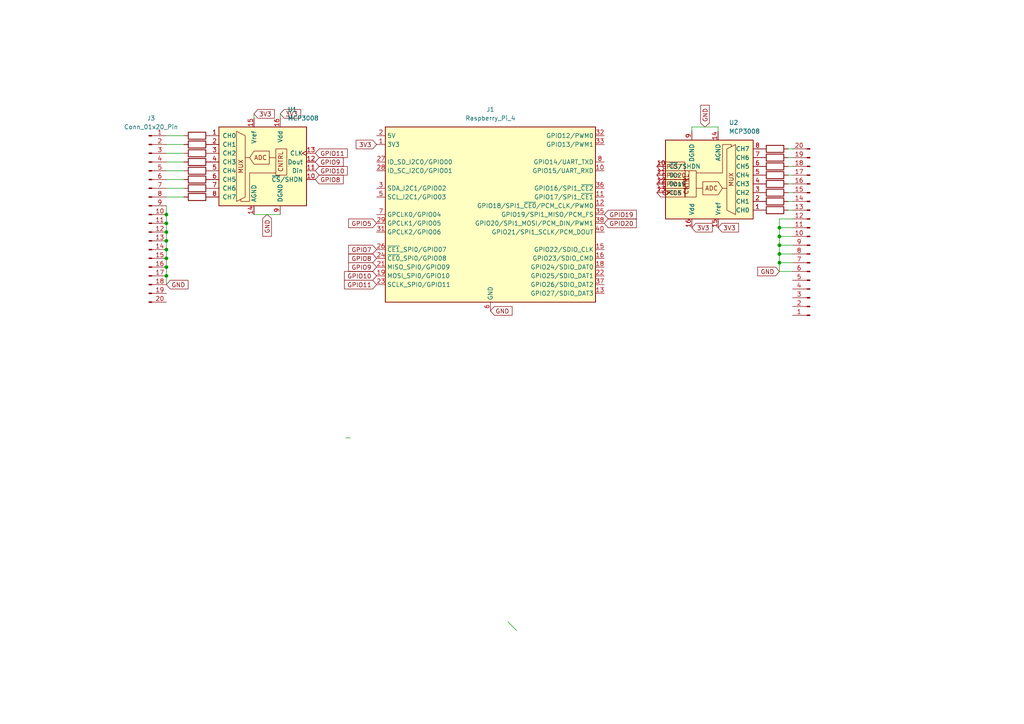
<source format=kicad_sch>
(kicad_sch
	(version 20250114)
	(generator "eeschema")
	(generator_version "9.0")
	(uuid "1bd72f6a-9968-40a6-8545-40a43eaf191d")
	(paper "A4")
	(lib_symbols
		(symbol "Analog_ADC:MCP3008"
			(pin_names
				(offset 1.016)
			)
			(exclude_from_sim no)
			(in_bom yes)
			(on_board yes)
			(property "Reference" "U"
				(at -5.08 13.335 0)
				(effects
					(font
						(size 1.27 1.27)
					)
					(justify right)
				)
			)
			(property "Value" "MCP3008"
				(at -5.08 11.43 0)
				(effects
					(font
						(size 1.27 1.27)
					)
					(justify right)
				)
			)
			(property "Footprint" ""
				(at 2.54 2.54 0)
				(effects
					(font
						(size 1.27 1.27)
					)
					(hide yes)
				)
			)
			(property "Datasheet" "http://ww1.microchip.com/downloads/en/DeviceDoc/21295d.pdf"
				(at 2.54 2.54 0)
				(effects
					(font
						(size 1.27 1.27)
					)
					(hide yes)
				)
			)
			(property "Description" "A/D Converter, 10-Bit, 8-Channel, SPI Interface , 2.7V-5.5V"
				(at 0 0 0)
				(effects
					(font
						(size 1.27 1.27)
					)
					(hide yes)
				)
			)
			(property "ki_keywords" "12bit ADC Reference Single Supply SPI 8CH"
				(at 0 0 0)
				(effects
					(font
						(size 1.27 1.27)
					)
					(hide yes)
				)
			)
			(property "ki_fp_filters" "DIP*W7.62mm* SOIC*3.9x9.9mm*P1.27mm*"
				(at 0 0 0)
				(effects
					(font
						(size 1.27 1.27)
					)
					(hide yes)
				)
			)
			(symbol "MCP3008_0_0"
				(text "MUX"
					(at -6.35 -1.27 900)
					(effects
						(font
							(size 1.27 1.27)
						)
					)
				)
				(text "ADC"
					(at -0.635 1.27 0)
					(effects
						(font
							(size 1.27 1.27)
						)
					)
				)
				(text "CNTRL"
					(at 5.969 -2.921 900)
					(effects
						(font
							(size 1.27 1.27)
						)
						(justify left bottom)
					)
				)
			)
			(symbol "MCP3008_0_1"
				(polyline
					(pts
						(xy -7.62 8.89) (xy -7.62 -11.43) (xy -5.08 -10.16) (xy -5.08 7.62) (xy -7.62 8.89)
					)
					(stroke
						(width 0)
						(type default)
					)
					(fill
						(type none)
					)
				)
				(polyline
					(pts
						(xy -3.81 1.27) (xy -5.08 1.27)
					)
					(stroke
						(width 0)
						(type default)
					)
					(fill
						(type none)
					)
				)
				(polyline
					(pts
						(xy 1.905 3.175) (xy 1.905 -0.635) (xy -2.54 -0.635) (xy -3.81 1.27) (xy -2.54 3.175) (xy 1.905 3.175)
					)
					(stroke
						(width 0)
						(type default)
					)
					(fill
						(type none)
					)
				)
				(polyline
					(pts
						(xy 1.905 1.27) (xy 3.81 1.27)
					)
					(stroke
						(width 0)
						(type default)
					)
					(fill
						(type none)
					)
				)
				(polyline
					(pts
						(xy 3.81 -3.175) (xy -3.81 -3.175) (xy -3.81 -11.43) (xy -6.35 -11.43) (xy -6.35 -10.795)
					)
					(stroke
						(width 0)
						(type default)
					)
					(fill
						(type none)
					)
				)
				(rectangle
					(start 3.81 -3.81)
					(end 6.985 3.81)
					(stroke
						(width 0)
						(type default)
					)
					(fill
						(type none)
					)
				)
				(rectangle
					(start 12.7 -12.7)
					(end -12.7 10.16)
					(stroke
						(width 0.254)
						(type default)
					)
					(fill
						(type background)
					)
				)
			)
			(symbol "MCP3008_1_1"
				(pin input line
					(at -15.24 7.62 0)
					(length 2.54)
					(name "CH0"
						(effects
							(font
								(size 1.27 1.27)
							)
						)
					)
					(number "1"
						(effects
							(font
								(size 1.27 1.27)
							)
						)
					)
				)
				(pin input line
					(at -15.24 5.08 0)
					(length 2.54)
					(name "CH1"
						(effects
							(font
								(size 1.27 1.27)
							)
						)
					)
					(number "2"
						(effects
							(font
								(size 1.27 1.27)
							)
						)
					)
				)
				(pin input line
					(at -15.24 2.54 0)
					(length 2.54)
					(name "CH2"
						(effects
							(font
								(size 1.27 1.27)
							)
						)
					)
					(number "3"
						(effects
							(font
								(size 1.27 1.27)
							)
						)
					)
				)
				(pin input line
					(at -15.24 0 0)
					(length 2.54)
					(name "CH3"
						(effects
							(font
								(size 1.27 1.27)
							)
						)
					)
					(number "4"
						(effects
							(font
								(size 1.27 1.27)
							)
						)
					)
				)
				(pin input line
					(at -15.24 -2.54 0)
					(length 2.54)
					(name "CH4"
						(effects
							(font
								(size 1.27 1.27)
							)
						)
					)
					(number "5"
						(effects
							(font
								(size 1.27 1.27)
							)
						)
					)
				)
				(pin input line
					(at -15.24 -5.08 0)
					(length 2.54)
					(name "CH5"
						(effects
							(font
								(size 1.27 1.27)
							)
						)
					)
					(number "6"
						(effects
							(font
								(size 1.27 1.27)
							)
						)
					)
				)
				(pin input line
					(at -15.24 -7.62 0)
					(length 2.54)
					(name "CH6"
						(effects
							(font
								(size 1.27 1.27)
							)
						)
					)
					(number "7"
						(effects
							(font
								(size 1.27 1.27)
							)
						)
					)
				)
				(pin input line
					(at -15.24 -10.16 0)
					(length 2.54)
					(name "CH7"
						(effects
							(font
								(size 1.27 1.27)
							)
						)
					)
					(number "8"
						(effects
							(font
								(size 1.27 1.27)
							)
						)
					)
				)
				(pin power_in line
					(at -2.54 12.7 270)
					(length 2.54)
					(name "Vref"
						(effects
							(font
								(size 1.27 1.27)
							)
						)
					)
					(number "15"
						(effects
							(font
								(size 1.27 1.27)
							)
						)
					)
				)
				(pin power_in line
					(at -2.54 -15.24 90)
					(length 2.54)
					(name "AGND"
						(effects
							(font
								(size 1.27 1.27)
							)
						)
					)
					(number "14"
						(effects
							(font
								(size 1.27 1.27)
							)
						)
					)
				)
				(pin power_in line
					(at 5.08 12.7 270)
					(length 2.54)
					(name "Vdd"
						(effects
							(font
								(size 1.27 1.27)
							)
						)
					)
					(number "16"
						(effects
							(font
								(size 1.27 1.27)
							)
						)
					)
				)
				(pin power_in line
					(at 5.08 -15.24 90)
					(length 2.54)
					(name "DGND"
						(effects
							(font
								(size 1.27 1.27)
							)
						)
					)
					(number "9"
						(effects
							(font
								(size 1.27 1.27)
							)
						)
					)
				)
				(pin input clock
					(at 15.24 2.54 180)
					(length 2.54)
					(name "CLK"
						(effects
							(font
								(size 1.27 1.27)
							)
						)
					)
					(number "13"
						(effects
							(font
								(size 1.27 1.27)
							)
						)
					)
				)
				(pin output line
					(at 15.24 0 180)
					(length 2.54)
					(name "Dout"
						(effects
							(font
								(size 1.27 1.27)
							)
						)
					)
					(number "12"
						(effects
							(font
								(size 1.27 1.27)
							)
						)
					)
				)
				(pin input line
					(at 15.24 -2.54 180)
					(length 2.54)
					(name "Din"
						(effects
							(font
								(size 1.27 1.27)
							)
						)
					)
					(number "11"
						(effects
							(font
								(size 1.27 1.27)
							)
						)
					)
				)
				(pin input line
					(at 15.24 -5.08 180)
					(length 2.54)
					(name "~{CS}/SHDN"
						(effects
							(font
								(size 1.27 1.27)
							)
						)
					)
					(number "10"
						(effects
							(font
								(size 1.27 1.27)
							)
						)
					)
				)
			)
			(embedded_fonts no)
		)
		(symbol "Connector:Conn_01x20_Pin"
			(pin_names
				(offset 1.016)
				(hide yes)
			)
			(exclude_from_sim no)
			(in_bom yes)
			(on_board yes)
			(property "Reference" "J"
				(at 0 25.4 0)
				(effects
					(font
						(size 1.27 1.27)
					)
				)
			)
			(property "Value" "Conn_01x20_Pin"
				(at 0 -27.94 0)
				(effects
					(font
						(size 1.27 1.27)
					)
				)
			)
			(property "Footprint" ""
				(at 0 0 0)
				(effects
					(font
						(size 1.27 1.27)
					)
					(hide yes)
				)
			)
			(property "Datasheet" "~"
				(at 0 0 0)
				(effects
					(font
						(size 1.27 1.27)
					)
					(hide yes)
				)
			)
			(property "Description" "Generic connector, single row, 01x20, script generated"
				(at 0 0 0)
				(effects
					(font
						(size 1.27 1.27)
					)
					(hide yes)
				)
			)
			(property "ki_locked" ""
				(at 0 0 0)
				(effects
					(font
						(size 1.27 1.27)
					)
				)
			)
			(property "ki_keywords" "connector"
				(at 0 0 0)
				(effects
					(font
						(size 1.27 1.27)
					)
					(hide yes)
				)
			)
			(property "ki_fp_filters" "Connector*:*_1x??_*"
				(at 0 0 0)
				(effects
					(font
						(size 1.27 1.27)
					)
					(hide yes)
				)
			)
			(symbol "Conn_01x20_Pin_1_1"
				(rectangle
					(start 0.8636 22.987)
					(end 0 22.733)
					(stroke
						(width 0.1524)
						(type default)
					)
					(fill
						(type outline)
					)
				)
				(rectangle
					(start 0.8636 20.447)
					(end 0 20.193)
					(stroke
						(width 0.1524)
						(type default)
					)
					(fill
						(type outline)
					)
				)
				(rectangle
					(start 0.8636 17.907)
					(end 0 17.653)
					(stroke
						(width 0.1524)
						(type default)
					)
					(fill
						(type outline)
					)
				)
				(rectangle
					(start 0.8636 15.367)
					(end 0 15.113)
					(stroke
						(width 0.1524)
						(type default)
					)
					(fill
						(type outline)
					)
				)
				(rectangle
					(start 0.8636 12.827)
					(end 0 12.573)
					(stroke
						(width 0.1524)
						(type default)
					)
					(fill
						(type outline)
					)
				)
				(rectangle
					(start 0.8636 10.287)
					(end 0 10.033)
					(stroke
						(width 0.1524)
						(type default)
					)
					(fill
						(type outline)
					)
				)
				(rectangle
					(start 0.8636 7.747)
					(end 0 7.493)
					(stroke
						(width 0.1524)
						(type default)
					)
					(fill
						(type outline)
					)
				)
				(rectangle
					(start 0.8636 5.207)
					(end 0 4.953)
					(stroke
						(width 0.1524)
						(type default)
					)
					(fill
						(type outline)
					)
				)
				(rectangle
					(start 0.8636 2.667)
					(end 0 2.413)
					(stroke
						(width 0.1524)
						(type default)
					)
					(fill
						(type outline)
					)
				)
				(rectangle
					(start 0.8636 0.127)
					(end 0 -0.127)
					(stroke
						(width 0.1524)
						(type default)
					)
					(fill
						(type outline)
					)
				)
				(rectangle
					(start 0.8636 -2.413)
					(end 0 -2.667)
					(stroke
						(width 0.1524)
						(type default)
					)
					(fill
						(type outline)
					)
				)
				(rectangle
					(start 0.8636 -4.953)
					(end 0 -5.207)
					(stroke
						(width 0.1524)
						(type default)
					)
					(fill
						(type outline)
					)
				)
				(rectangle
					(start 0.8636 -7.493)
					(end 0 -7.747)
					(stroke
						(width 0.1524)
						(type default)
					)
					(fill
						(type outline)
					)
				)
				(rectangle
					(start 0.8636 -10.033)
					(end 0 -10.287)
					(stroke
						(width 0.1524)
						(type default)
					)
					(fill
						(type outline)
					)
				)
				(rectangle
					(start 0.8636 -12.573)
					(end 0 -12.827)
					(stroke
						(width 0.1524)
						(type default)
					)
					(fill
						(type outline)
					)
				)
				(rectangle
					(start 0.8636 -15.113)
					(end 0 -15.367)
					(stroke
						(width 0.1524)
						(type default)
					)
					(fill
						(type outline)
					)
				)
				(rectangle
					(start 0.8636 -17.653)
					(end 0 -17.907)
					(stroke
						(width 0.1524)
						(type default)
					)
					(fill
						(type outline)
					)
				)
				(rectangle
					(start 0.8636 -20.193)
					(end 0 -20.447)
					(stroke
						(width 0.1524)
						(type default)
					)
					(fill
						(type outline)
					)
				)
				(rectangle
					(start 0.8636 -22.733)
					(end 0 -22.987)
					(stroke
						(width 0.1524)
						(type default)
					)
					(fill
						(type outline)
					)
				)
				(rectangle
					(start 0.8636 -25.273)
					(end 0 -25.527)
					(stroke
						(width 0.1524)
						(type default)
					)
					(fill
						(type outline)
					)
				)
				(polyline
					(pts
						(xy 1.27 22.86) (xy 0.8636 22.86)
					)
					(stroke
						(width 0.1524)
						(type default)
					)
					(fill
						(type none)
					)
				)
				(polyline
					(pts
						(xy 1.27 20.32) (xy 0.8636 20.32)
					)
					(stroke
						(width 0.1524)
						(type default)
					)
					(fill
						(type none)
					)
				)
				(polyline
					(pts
						(xy 1.27 17.78) (xy 0.8636 17.78)
					)
					(stroke
						(width 0.1524)
						(type default)
					)
					(fill
						(type none)
					)
				)
				(polyline
					(pts
						(xy 1.27 15.24) (xy 0.8636 15.24)
					)
					(stroke
						(width 0.1524)
						(type default)
					)
					(fill
						(type none)
					)
				)
				(polyline
					(pts
						(xy 1.27 12.7) (xy 0.8636 12.7)
					)
					(stroke
						(width 0.1524)
						(type default)
					)
					(fill
						(type none)
					)
				)
				(polyline
					(pts
						(xy 1.27 10.16) (xy 0.8636 10.16)
					)
					(stroke
						(width 0.1524)
						(type default)
					)
					(fill
						(type none)
					)
				)
				(polyline
					(pts
						(xy 1.27 7.62) (xy 0.8636 7.62)
					)
					(stroke
						(width 0.1524)
						(type default)
					)
					(fill
						(type none)
					)
				)
				(polyline
					(pts
						(xy 1.27 5.08) (xy 0.8636 5.08)
					)
					(stroke
						(width 0.1524)
						(type default)
					)
					(fill
						(type none)
					)
				)
				(polyline
					(pts
						(xy 1.27 2.54) (xy 0.8636 2.54)
					)
					(stroke
						(width 0.1524)
						(type default)
					)
					(fill
						(type none)
					)
				)
				(polyline
					(pts
						(xy 1.27 0) (xy 0.8636 0)
					)
					(stroke
						(width 0.1524)
						(type default)
					)
					(fill
						(type none)
					)
				)
				(polyline
					(pts
						(xy 1.27 -2.54) (xy 0.8636 -2.54)
					)
					(stroke
						(width 0.1524)
						(type default)
					)
					(fill
						(type none)
					)
				)
				(polyline
					(pts
						(xy 1.27 -5.08) (xy 0.8636 -5.08)
					)
					(stroke
						(width 0.1524)
						(type default)
					)
					(fill
						(type none)
					)
				)
				(polyline
					(pts
						(xy 1.27 -7.62) (xy 0.8636 -7.62)
					)
					(stroke
						(width 0.1524)
						(type default)
					)
					(fill
						(type none)
					)
				)
				(polyline
					(pts
						(xy 1.27 -10.16) (xy 0.8636 -10.16)
					)
					(stroke
						(width 0.1524)
						(type default)
					)
					(fill
						(type none)
					)
				)
				(polyline
					(pts
						(xy 1.27 -12.7) (xy 0.8636 -12.7)
					)
					(stroke
						(width 0.1524)
						(type default)
					)
					(fill
						(type none)
					)
				)
				(polyline
					(pts
						(xy 1.27 -15.24) (xy 0.8636 -15.24)
					)
					(stroke
						(width 0.1524)
						(type default)
					)
					(fill
						(type none)
					)
				)
				(polyline
					(pts
						(xy 1.27 -17.78) (xy 0.8636 -17.78)
					)
					(stroke
						(width 0.1524)
						(type default)
					)
					(fill
						(type none)
					)
				)
				(polyline
					(pts
						(xy 1.27 -20.32) (xy 0.8636 -20.32)
					)
					(stroke
						(width 0.1524)
						(type default)
					)
					(fill
						(type none)
					)
				)
				(polyline
					(pts
						(xy 1.27 -22.86) (xy 0.8636 -22.86)
					)
					(stroke
						(width 0.1524)
						(type default)
					)
					(fill
						(type none)
					)
				)
				(polyline
					(pts
						(xy 1.27 -25.4) (xy 0.8636 -25.4)
					)
					(stroke
						(width 0.1524)
						(type default)
					)
					(fill
						(type none)
					)
				)
				(pin passive line
					(at 5.08 22.86 180)
					(length 3.81)
					(name "Pin_1"
						(effects
							(font
								(size 1.27 1.27)
							)
						)
					)
					(number "1"
						(effects
							(font
								(size 1.27 1.27)
							)
						)
					)
				)
				(pin passive line
					(at 5.08 20.32 180)
					(length 3.81)
					(name "Pin_2"
						(effects
							(font
								(size 1.27 1.27)
							)
						)
					)
					(number "2"
						(effects
							(font
								(size 1.27 1.27)
							)
						)
					)
				)
				(pin passive line
					(at 5.08 17.78 180)
					(length 3.81)
					(name "Pin_3"
						(effects
							(font
								(size 1.27 1.27)
							)
						)
					)
					(number "3"
						(effects
							(font
								(size 1.27 1.27)
							)
						)
					)
				)
				(pin passive line
					(at 5.08 15.24 180)
					(length 3.81)
					(name "Pin_4"
						(effects
							(font
								(size 1.27 1.27)
							)
						)
					)
					(number "4"
						(effects
							(font
								(size 1.27 1.27)
							)
						)
					)
				)
				(pin passive line
					(at 5.08 12.7 180)
					(length 3.81)
					(name "Pin_5"
						(effects
							(font
								(size 1.27 1.27)
							)
						)
					)
					(number "5"
						(effects
							(font
								(size 1.27 1.27)
							)
						)
					)
				)
				(pin passive line
					(at 5.08 10.16 180)
					(length 3.81)
					(name "Pin_6"
						(effects
							(font
								(size 1.27 1.27)
							)
						)
					)
					(number "6"
						(effects
							(font
								(size 1.27 1.27)
							)
						)
					)
				)
				(pin passive line
					(at 5.08 7.62 180)
					(length 3.81)
					(name "Pin_7"
						(effects
							(font
								(size 1.27 1.27)
							)
						)
					)
					(number "7"
						(effects
							(font
								(size 1.27 1.27)
							)
						)
					)
				)
				(pin passive line
					(at 5.08 5.08 180)
					(length 3.81)
					(name "Pin_8"
						(effects
							(font
								(size 1.27 1.27)
							)
						)
					)
					(number "8"
						(effects
							(font
								(size 1.27 1.27)
							)
						)
					)
				)
				(pin passive line
					(at 5.08 2.54 180)
					(length 3.81)
					(name "Pin_9"
						(effects
							(font
								(size 1.27 1.27)
							)
						)
					)
					(number "9"
						(effects
							(font
								(size 1.27 1.27)
							)
						)
					)
				)
				(pin passive line
					(at 5.08 0 180)
					(length 3.81)
					(name "Pin_10"
						(effects
							(font
								(size 1.27 1.27)
							)
						)
					)
					(number "10"
						(effects
							(font
								(size 1.27 1.27)
							)
						)
					)
				)
				(pin passive line
					(at 5.08 -2.54 180)
					(length 3.81)
					(name "Pin_11"
						(effects
							(font
								(size 1.27 1.27)
							)
						)
					)
					(number "11"
						(effects
							(font
								(size 1.27 1.27)
							)
						)
					)
				)
				(pin passive line
					(at 5.08 -5.08 180)
					(length 3.81)
					(name "Pin_12"
						(effects
							(font
								(size 1.27 1.27)
							)
						)
					)
					(number "12"
						(effects
							(font
								(size 1.27 1.27)
							)
						)
					)
				)
				(pin passive line
					(at 5.08 -7.62 180)
					(length 3.81)
					(name "Pin_13"
						(effects
							(font
								(size 1.27 1.27)
							)
						)
					)
					(number "13"
						(effects
							(font
								(size 1.27 1.27)
							)
						)
					)
				)
				(pin passive line
					(at 5.08 -10.16 180)
					(length 3.81)
					(name "Pin_14"
						(effects
							(font
								(size 1.27 1.27)
							)
						)
					)
					(number "14"
						(effects
							(font
								(size 1.27 1.27)
							)
						)
					)
				)
				(pin passive line
					(at 5.08 -12.7 180)
					(length 3.81)
					(name "Pin_15"
						(effects
							(font
								(size 1.27 1.27)
							)
						)
					)
					(number "15"
						(effects
							(font
								(size 1.27 1.27)
							)
						)
					)
				)
				(pin passive line
					(at 5.08 -15.24 180)
					(length 3.81)
					(name "Pin_16"
						(effects
							(font
								(size 1.27 1.27)
							)
						)
					)
					(number "16"
						(effects
							(font
								(size 1.27 1.27)
							)
						)
					)
				)
				(pin passive line
					(at 5.08 -17.78 180)
					(length 3.81)
					(name "Pin_17"
						(effects
							(font
								(size 1.27 1.27)
							)
						)
					)
					(number "17"
						(effects
							(font
								(size 1.27 1.27)
							)
						)
					)
				)
				(pin passive line
					(at 5.08 -20.32 180)
					(length 3.81)
					(name "Pin_18"
						(effects
							(font
								(size 1.27 1.27)
							)
						)
					)
					(number "18"
						(effects
							(font
								(size 1.27 1.27)
							)
						)
					)
				)
				(pin passive line
					(at 5.08 -22.86 180)
					(length 3.81)
					(name "Pin_19"
						(effects
							(font
								(size 1.27 1.27)
							)
						)
					)
					(number "19"
						(effects
							(font
								(size 1.27 1.27)
							)
						)
					)
				)
				(pin passive line
					(at 5.08 -25.4 180)
					(length 3.81)
					(name "Pin_20"
						(effects
							(font
								(size 1.27 1.27)
							)
						)
					)
					(number "20"
						(effects
							(font
								(size 1.27 1.27)
							)
						)
					)
				)
			)
			(embedded_fonts no)
		)
		(symbol "Connector:Raspberry_Pi_4"
			(exclude_from_sim no)
			(in_bom yes)
			(on_board yes)
			(property "Reference" "J"
				(at -17.526 48.768 0)
				(effects
					(font
						(size 1.27 1.27)
					)
					(justify left bottom)
				)
			)
			(property "Value" "Raspberry_Pi_4"
				(at 15.748 -26.416 0)
				(effects
					(font
						(size 1.27 1.27)
					)
					(justify left top)
				)
			)
			(property "Footprint" ""
				(at 70.104 -47.498 0)
				(effects
					(font
						(size 1.27 1.27)
					)
					(justify left)
					(hide yes)
				)
			)
			(property "Datasheet" "https://datasheets.raspberrypi.com/rpi4/raspberry-pi-4-datasheet.pdf"
				(at 15.748 -32.258 0)
				(effects
					(font
						(size 1.27 1.27)
					)
					(justify left)
					(hide yes)
				)
			)
			(property "Description" "Raspberry Pi 4 Model B"
				(at 15.748 -29.718 0)
				(effects
					(font
						(size 1.27 1.27)
					)
					(justify left)
					(hide yes)
				)
			)
			(property "ki_keywords" "SBC RPi"
				(at 0 0 0)
				(effects
					(font
						(size 1.27 1.27)
					)
					(hide yes)
				)
			)
			(property "ki_fp_filters" "PinHeader*2x20*P2.54mm*Vertical* PinSocket*2x20*P2.54mm*Vertical*"
				(at 0 0 0)
				(effects
					(font
						(size 1.27 1.27)
					)
					(hide yes)
				)
			)
			(symbol "Raspberry_Pi_4_0_1"
				(rectangle
					(start -30.48 25.4)
					(end 30.48 -25.4)
					(stroke
						(width 0.254)
						(type default)
					)
					(fill
						(type background)
					)
				)
			)
			(symbol "Raspberry_Pi_4_1_1"
				(pin bidirectional line
					(at -33.02 22.86 0)
					(length 2.54)
					(name "GPIO12/PWM0"
						(effects
							(font
								(size 1.27 1.27)
							)
						)
					)
					(number "32"
						(effects
							(font
								(size 1.27 1.27)
							)
						)
					)
				)
				(pin bidirectional line
					(at -33.02 20.32 0)
					(length 2.54)
					(name "GPIO13/PWM1"
						(effects
							(font
								(size 1.27 1.27)
							)
						)
					)
					(number "33"
						(effects
							(font
								(size 1.27 1.27)
							)
						)
					)
				)
				(pin bidirectional line
					(at -33.02 15.24 0)
					(length 2.54)
					(name "GPIO14/UART_TXD"
						(effects
							(font
								(size 1.27 1.27)
							)
						)
					)
					(number "8"
						(effects
							(font
								(size 1.27 1.27)
							)
						)
					)
				)
				(pin bidirectional line
					(at -33.02 12.7 0)
					(length 2.54)
					(name "GPIO15/UART_RXD"
						(effects
							(font
								(size 1.27 1.27)
							)
						)
					)
					(number "10"
						(effects
							(font
								(size 1.27 1.27)
							)
						)
					)
				)
				(pin bidirectional line
					(at -33.02 7.62 0)
					(length 2.54)
					(name "GPIO16/SPI1_~{CE2}"
						(effects
							(font
								(size 1.27 1.27)
							)
						)
					)
					(number "36"
						(effects
							(font
								(size 1.27 1.27)
							)
						)
					)
				)
				(pin bidirectional line
					(at -33.02 5.08 0)
					(length 2.54)
					(name "GPIO17/SPI1_~{CE1}"
						(effects
							(font
								(size 1.27 1.27)
							)
						)
					)
					(number "11"
						(effects
							(font
								(size 1.27 1.27)
							)
						)
					)
				)
				(pin bidirectional line
					(at -33.02 2.54 0)
					(length 2.54)
					(name "GPIO18/SPI1_~{CE0}/PCM_CLK/PWM0"
						(effects
							(font
								(size 1.27 1.27)
							)
						)
					)
					(number "12"
						(effects
							(font
								(size 1.27 1.27)
							)
						)
					)
				)
				(pin bidirectional line
					(at -33.02 0 0)
					(length 2.54)
					(name "GPIO19/SPI1_MISO/PCM_FS"
						(effects
							(font
								(size 1.27 1.27)
							)
						)
					)
					(number "35"
						(effects
							(font
								(size 1.27 1.27)
							)
						)
					)
				)
				(pin bidirectional line
					(at -33.02 -2.54 0)
					(length 2.54)
					(name "GPIO20/SPI1_MOSI/PCM_DIN/PWM1"
						(effects
							(font
								(size 1.27 1.27)
							)
						)
					)
					(number "38"
						(effects
							(font
								(size 1.27 1.27)
							)
						)
					)
				)
				(pin bidirectional line
					(at -33.02 -5.08 0)
					(length 2.54)
					(name "GPIO21/SPI1_SCLK/PCM_DOUT"
						(effects
							(font
								(size 1.27 1.27)
							)
						)
					)
					(number "40"
						(effects
							(font
								(size 1.27 1.27)
							)
						)
					)
				)
				(pin bidirectional line
					(at -33.02 -10.16 0)
					(length 2.54)
					(name "GPIO22/SDIO_CLK"
						(effects
							(font
								(size 1.27 1.27)
							)
						)
					)
					(number "15"
						(effects
							(font
								(size 1.27 1.27)
							)
						)
					)
				)
				(pin bidirectional line
					(at -33.02 -12.7 0)
					(length 2.54)
					(name "GPIO23/SDIO_CMD"
						(effects
							(font
								(size 1.27 1.27)
							)
						)
					)
					(number "16"
						(effects
							(font
								(size 1.27 1.27)
							)
						)
					)
				)
				(pin bidirectional line
					(at -33.02 -15.24 0)
					(length 2.54)
					(name "GPIO24/SDIO_DAT0"
						(effects
							(font
								(size 1.27 1.27)
							)
						)
					)
					(number "18"
						(effects
							(font
								(size 1.27 1.27)
							)
						)
					)
				)
				(pin bidirectional line
					(at -33.02 -17.78 0)
					(length 2.54)
					(name "GPIO25/SDIO_DAT1"
						(effects
							(font
								(size 1.27 1.27)
							)
						)
					)
					(number "22"
						(effects
							(font
								(size 1.27 1.27)
							)
						)
					)
				)
				(pin bidirectional line
					(at -33.02 -20.32 0)
					(length 2.54)
					(name "GPIO26/SDIO_DAT2"
						(effects
							(font
								(size 1.27 1.27)
							)
						)
					)
					(number "37"
						(effects
							(font
								(size 1.27 1.27)
							)
						)
					)
				)
				(pin bidirectional line
					(at -33.02 -22.86 0)
					(length 2.54)
					(name "GPIO27/SDIO_DAT3"
						(effects
							(font
								(size 1.27 1.27)
							)
						)
					)
					(number "13"
						(effects
							(font
								(size 1.27 1.27)
							)
						)
					)
				)
				(pin passive line
					(at 0 -27.94 90)
					(length 2.54)
					(hide yes)
					(name "GND"
						(effects
							(font
								(size 1.27 1.27)
							)
						)
					)
					(number "14"
						(effects
							(font
								(size 1.27 1.27)
							)
						)
					)
				)
				(pin passive line
					(at 0 -27.94 90)
					(length 2.54)
					(hide yes)
					(name "GND"
						(effects
							(font
								(size 1.27 1.27)
							)
						)
					)
					(number "20"
						(effects
							(font
								(size 1.27 1.27)
							)
						)
					)
				)
				(pin passive line
					(at 0 -27.94 90)
					(length 2.54)
					(hide yes)
					(name "GND"
						(effects
							(font
								(size 1.27 1.27)
							)
						)
					)
					(number "25"
						(effects
							(font
								(size 1.27 1.27)
							)
						)
					)
				)
				(pin passive line
					(at 0 -27.94 90)
					(length 2.54)
					(hide yes)
					(name "GND"
						(effects
							(font
								(size 1.27 1.27)
							)
						)
					)
					(number "30"
						(effects
							(font
								(size 1.27 1.27)
							)
						)
					)
				)
				(pin passive line
					(at 0 -27.94 90)
					(length 2.54)
					(hide yes)
					(name "GND"
						(effects
							(font
								(size 1.27 1.27)
							)
						)
					)
					(number "34"
						(effects
							(font
								(size 1.27 1.27)
							)
						)
					)
				)
				(pin passive line
					(at 0 -27.94 90)
					(length 2.54)
					(hide yes)
					(name "GND"
						(effects
							(font
								(size 1.27 1.27)
							)
						)
					)
					(number "39"
						(effects
							(font
								(size 1.27 1.27)
							)
						)
					)
				)
				(pin power_out line
					(at 0 -27.94 90)
					(length 2.54)
					(name "GND"
						(effects
							(font
								(size 1.27 1.27)
							)
						)
					)
					(number "6"
						(effects
							(font
								(size 1.27 1.27)
							)
						)
					)
				)
				(pin passive line
					(at 0 -27.94 90)
					(length 2.54)
					(hide yes)
					(name "GND"
						(effects
							(font
								(size 1.27 1.27)
							)
						)
					)
					(number "9"
						(effects
							(font
								(size 1.27 1.27)
							)
						)
					)
				)
				(pin power_out line
					(at 33.02 22.86 180)
					(length 2.54)
					(name "5V"
						(effects
							(font
								(size 1.27 1.27)
							)
						)
					)
					(number "2"
						(effects
							(font
								(size 1.27 1.27)
							)
						)
					)
				)
				(pin passive line
					(at 33.02 22.86 180)
					(length 2.54)
					(hide yes)
					(name "5V"
						(effects
							(font
								(size 1.27 1.27)
							)
						)
					)
					(number "4"
						(effects
							(font
								(size 1.27 1.27)
							)
						)
					)
				)
				(pin power_out line
					(at 33.02 20.32 180)
					(length 2.54)
					(name "3V3"
						(effects
							(font
								(size 1.27 1.27)
							)
						)
					)
					(number "1"
						(effects
							(font
								(size 1.27 1.27)
							)
						)
					)
				)
				(pin passive line
					(at 33.02 20.32 180)
					(length 2.54)
					(hide yes)
					(name "3V3"
						(effects
							(font
								(size 1.27 1.27)
							)
						)
					)
					(number "17"
						(effects
							(font
								(size 1.27 1.27)
							)
						)
					)
				)
				(pin bidirectional line
					(at 33.02 15.24 180)
					(length 2.54)
					(name "ID_SD_I2C0/GPIO00"
						(effects
							(font
								(size 1.27 1.27)
							)
						)
					)
					(number "27"
						(effects
							(font
								(size 1.27 1.27)
							)
						)
					)
				)
				(pin bidirectional line
					(at 33.02 12.7 180)
					(length 2.54)
					(name "ID_SC_I2C0/GPIO01"
						(effects
							(font
								(size 1.27 1.27)
							)
						)
					)
					(number "28"
						(effects
							(font
								(size 1.27 1.27)
							)
						)
					)
				)
				(pin bidirectional line
					(at 33.02 7.62 180)
					(length 2.54)
					(name "SDA_I2C1/GPIO02"
						(effects
							(font
								(size 1.27 1.27)
							)
						)
					)
					(number "3"
						(effects
							(font
								(size 1.27 1.27)
							)
						)
					)
				)
				(pin bidirectional line
					(at 33.02 5.08 180)
					(length 2.54)
					(name "SCL_I2C1/GPIO03"
						(effects
							(font
								(size 1.27 1.27)
							)
						)
					)
					(number "5"
						(effects
							(font
								(size 1.27 1.27)
							)
						)
					)
				)
				(pin bidirectional line
					(at 33.02 0 180)
					(length 2.54)
					(name "GPCLK0/GPIO04"
						(effects
							(font
								(size 1.27 1.27)
							)
						)
					)
					(number "7"
						(effects
							(font
								(size 1.27 1.27)
							)
						)
					)
				)
				(pin bidirectional line
					(at 33.02 -2.54 180)
					(length 2.54)
					(name "GPCLK1/GPIO05"
						(effects
							(font
								(size 1.27 1.27)
							)
						)
					)
					(number "29"
						(effects
							(font
								(size 1.27 1.27)
							)
						)
					)
				)
				(pin bidirectional line
					(at 33.02 -5.08 180)
					(length 2.54)
					(name "GPCLK2/GPIO06"
						(effects
							(font
								(size 1.27 1.27)
							)
						)
					)
					(number "31"
						(effects
							(font
								(size 1.27 1.27)
							)
						)
					)
				)
				(pin bidirectional line
					(at 33.02 -10.16 180)
					(length 2.54)
					(name "~{CE1}_SPI0/GPIO07"
						(effects
							(font
								(size 1.27 1.27)
							)
						)
					)
					(number "26"
						(effects
							(font
								(size 1.27 1.27)
							)
						)
					)
				)
				(pin bidirectional line
					(at 33.02 -12.7 180)
					(length 2.54)
					(name "~{CE0}_SPI0/GPIO08"
						(effects
							(font
								(size 1.27 1.27)
							)
						)
					)
					(number "24"
						(effects
							(font
								(size 1.27 1.27)
							)
						)
					)
				)
				(pin bidirectional line
					(at 33.02 -15.24 180)
					(length 2.54)
					(name "MISO_SPI0/GPIO09"
						(effects
							(font
								(size 1.27 1.27)
							)
						)
					)
					(number "21"
						(effects
							(font
								(size 1.27 1.27)
							)
						)
					)
				)
				(pin bidirectional line
					(at 33.02 -17.78 180)
					(length 2.54)
					(name "MOSI_SPI0/GPIO10"
						(effects
							(font
								(size 1.27 1.27)
							)
						)
					)
					(number "19"
						(effects
							(font
								(size 1.27 1.27)
							)
						)
					)
				)
				(pin bidirectional line
					(at 33.02 -20.32 180)
					(length 2.54)
					(name "SCLK_SPI0/GPIO11"
						(effects
							(font
								(size 1.27 1.27)
							)
						)
					)
					(number "23"
						(effects
							(font
								(size 1.27 1.27)
							)
						)
					)
				)
			)
			(embedded_fonts no)
		)
		(symbol "Device:R"
			(pin_numbers
				(hide yes)
			)
			(pin_names
				(offset 0)
			)
			(exclude_from_sim no)
			(in_bom yes)
			(on_board yes)
			(property "Reference" "R"
				(at 2.032 0 90)
				(effects
					(font
						(size 1.27 1.27)
					)
				)
			)
			(property "Value" "R"
				(at 0 0 90)
				(effects
					(font
						(size 1.27 1.27)
					)
				)
			)
			(property "Footprint" ""
				(at -1.778 0 90)
				(effects
					(font
						(size 1.27 1.27)
					)
					(hide yes)
				)
			)
			(property "Datasheet" "~"
				(at 0 0 0)
				(effects
					(font
						(size 1.27 1.27)
					)
					(hide yes)
				)
			)
			(property "Description" "Resistor"
				(at 0 0 0)
				(effects
					(font
						(size 1.27 1.27)
					)
					(hide yes)
				)
			)
			(property "ki_keywords" "R res resistor"
				(at 0 0 0)
				(effects
					(font
						(size 1.27 1.27)
					)
					(hide yes)
				)
			)
			(property "ki_fp_filters" "R_*"
				(at 0 0 0)
				(effects
					(font
						(size 1.27 1.27)
					)
					(hide yes)
				)
			)
			(symbol "R_0_1"
				(rectangle
					(start -1.016 -2.54)
					(end 1.016 2.54)
					(stroke
						(width 0.254)
						(type default)
					)
					(fill
						(type none)
					)
				)
			)
			(symbol "R_1_1"
				(pin passive line
					(at 0 3.81 270)
					(length 1.27)
					(name "~"
						(effects
							(font
								(size 1.27 1.27)
							)
						)
					)
					(number "1"
						(effects
							(font
								(size 1.27 1.27)
							)
						)
					)
				)
				(pin passive line
					(at 0 -3.81 90)
					(length 1.27)
					(name "~"
						(effects
							(font
								(size 1.27 1.27)
							)
						)
					)
					(number "2"
						(effects
							(font
								(size 1.27 1.27)
							)
						)
					)
				)
			)
			(embedded_fonts no)
		)
	)
	(junction
		(at 48.26 67.31)
		(diameter 0)
		(color 0 0 0 0)
		(uuid "17db25e0-6e97-4d55-a571-195c90c62cd9")
	)
	(junction
		(at 226.06 73.66)
		(diameter 0)
		(color 0 0 0 0)
		(uuid "18395fad-6d36-4996-96f6-520572c1616e")
	)
	(junction
		(at 226.06 68.58)
		(diameter 0)
		(color 0 0 0 0)
		(uuid "1fe1c401-af9c-4225-82ae-e306b1c23a52")
	)
	(junction
		(at 48.26 62.23)
		(diameter 0)
		(color 0 0 0 0)
		(uuid "635e001f-45ae-4336-95bf-b440f5719cdd")
	)
	(junction
		(at 48.26 64.77)
		(diameter 0)
		(color 0 0 0 0)
		(uuid "77957575-d308-45bc-9c9e-3988fb07536a")
	)
	(junction
		(at 48.26 77.47)
		(diameter 0)
		(color 0 0 0 0)
		(uuid "787e890a-0382-4e2d-b30a-319335b97b32")
	)
	(junction
		(at 48.26 69.85)
		(diameter 0)
		(color 0 0 0 0)
		(uuid "ad0a9bc1-4e22-4dd4-b41e-a78658061e85")
	)
	(junction
		(at 226.06 76.2)
		(diameter 0)
		(color 0 0 0 0)
		(uuid "ae30c4a6-fc54-4549-aab1-5e16e34fbd72")
	)
	(junction
		(at 226.06 71.12)
		(diameter 0)
		(color 0 0 0 0)
		(uuid "b5ca5385-f711-435e-b5b1-7f3b1e5d4550")
	)
	(junction
		(at 226.06 66.04)
		(diameter 0)
		(color 0 0 0 0)
		(uuid "bcf0aaa9-c3b5-44fd-a441-37e4d1c82515")
	)
	(junction
		(at 48.26 80.01)
		(diameter 0)
		(color 0 0 0 0)
		(uuid "d111ed37-8ec4-48cd-88db-ad00033ee769")
	)
	(junction
		(at 48.26 74.93)
		(diameter 0)
		(color 0 0 0 0)
		(uuid "f98ea3bd-237b-40d5-802e-a4caa2bb084d")
	)
	(junction
		(at 48.26 72.39)
		(diameter 0)
		(color 0 0 0 0)
		(uuid "fba4f98d-e19f-4d81-ab78-edf6ec447e50")
	)
	(bus_entry
		(at 147.32 180.34)
		(size 2.54 2.54)
		(stroke
			(width 0)
			(type default)
		)
		(uuid "f79c636a-ba17-4765-bc30-697b0cfb6114")
	)
	(wire
		(pts
			(xy 226.06 71.12) (xy 229.87 71.12)
		)
		(stroke
			(width 0)
			(type default)
		)
		(uuid "05c09a5a-c2f5-404c-a251-fec38d6b0ee3")
	)
	(wire
		(pts
			(xy 48.26 57.15) (xy 53.34 57.15)
		)
		(stroke
			(width 0)
			(type default)
		)
		(uuid "0909979a-5b95-4fea-8a07-61638ddfe360")
	)
	(wire
		(pts
			(xy 226.06 76.2) (xy 229.87 76.2)
		)
		(stroke
			(width 0)
			(type default)
		)
		(uuid "205c2565-8dc9-48c8-a1a7-69991af45583")
	)
	(wire
		(pts
			(xy 73.66 34.29) (xy 73.66 33.02)
		)
		(stroke
			(width 0)
			(type default)
		)
		(uuid "207ad778-d729-452e-8b42-755c4ff2959b")
	)
	(wire
		(pts
			(xy 226.06 73.66) (xy 226.06 76.2)
		)
		(stroke
			(width 0)
			(type default)
		)
		(uuid "2092beeb-8824-4859-a062-38cc7a78e3d4")
	)
	(wire
		(pts
			(xy 48.26 49.53) (xy 53.34 49.53)
		)
		(stroke
			(width 0)
			(type default)
		)
		(uuid "21c4236f-84e6-4041-acf2-fec5261ea298")
	)
	(wire
		(pts
			(xy 73.66 62.23) (xy 81.28 62.23)
		)
		(stroke
			(width 0)
			(type default)
		)
		(uuid "2b4e498e-59aa-4886-b88d-d292aa786cae")
	)
	(wire
		(pts
			(xy 81.28 33.02) (xy 81.28 34.29)
		)
		(stroke
			(width 0)
			(type default)
		)
		(uuid "2de132f1-9d44-4930-be5c-33e0ba046519")
	)
	(wire
		(pts
			(xy 200.66 36.83) (xy 208.28 36.83)
		)
		(stroke
			(width 0)
			(type default)
		)
		(uuid "2f6a4b53-f0bf-4047-b080-74e02f3e4ab7")
	)
	(wire
		(pts
			(xy 48.26 52.07) (xy 53.34 52.07)
		)
		(stroke
			(width 0)
			(type default)
		)
		(uuid "34a9dc92-1a48-47c5-8a55-7f7337cf7964")
	)
	(wire
		(pts
			(xy 48.26 74.93) (xy 48.26 72.39)
		)
		(stroke
			(width 0)
			(type default)
		)
		(uuid "36485540-c9f2-4d3e-b108-2f616c4eb4d8")
	)
	(wire
		(pts
			(xy 226.06 66.04) (xy 226.06 68.58)
		)
		(stroke
			(width 0)
			(type default)
		)
		(uuid "4946fe34-16d3-429e-9975-71067ae7c83b")
	)
	(wire
		(pts
			(xy 208.28 38.1) (xy 208.28 36.83)
		)
		(stroke
			(width 0)
			(type default)
		)
		(uuid "5205c4a5-23d1-4df7-af5e-d66fea39b353")
	)
	(wire
		(pts
			(xy 228.6 53.34) (xy 229.87 53.34)
		)
		(stroke
			(width 0)
			(type default)
		)
		(uuid "52e69ea9-aa12-48b6-84f0-be3d6a09786a")
	)
	(wire
		(pts
			(xy 48.26 69.85) (xy 48.26 67.31)
		)
		(stroke
			(width 0)
			(type default)
		)
		(uuid "5327efbd-ec1f-454a-ba49-8c1dab3763a0")
	)
	(wire
		(pts
			(xy 48.26 64.77) (xy 48.26 62.23)
		)
		(stroke
			(width 0)
			(type default)
		)
		(uuid "565e9573-43c8-45dc-817e-60a9db676aef")
	)
	(wire
		(pts
			(xy 228.6 45.72) (xy 229.87 45.72)
		)
		(stroke
			(width 0)
			(type default)
		)
		(uuid "5ecb2c42-67ec-4421-9d1e-570e6b9dd588")
	)
	(wire
		(pts
			(xy 226.06 73.66) (xy 229.87 73.66)
		)
		(stroke
			(width 0)
			(type default)
		)
		(uuid "66de2670-71ee-4330-8351-210a0edf0612")
	)
	(wire
		(pts
			(xy 226.06 68.58) (xy 229.87 68.58)
		)
		(stroke
			(width 0)
			(type default)
		)
		(uuid "6a9681ce-ddc0-4eaf-b039-e265cf6f2561")
	)
	(wire
		(pts
			(xy 228.6 48.26) (xy 229.87 48.26)
		)
		(stroke
			(width 0)
			(type default)
		)
		(uuid "70343242-6010-49f1-a7b8-0fdeb166c969")
	)
	(wire
		(pts
			(xy 48.26 46.99) (xy 53.34 46.99)
		)
		(stroke
			(width 0)
			(type default)
		)
		(uuid "759302f5-9eb0-4759-8f61-64ec2b096bb5")
	)
	(wire
		(pts
			(xy 228.6 60.96) (xy 229.87 60.96)
		)
		(stroke
			(width 0)
			(type default)
		)
		(uuid "761119c7-1503-4762-bda6-994744d36fb5")
	)
	(wire
		(pts
			(xy 48.26 80.01) (xy 48.26 82.55)
		)
		(stroke
			(width 0)
			(type default)
		)
		(uuid "7daa3308-cb8f-480b-9605-b98ce3a1b39b")
	)
	(wire
		(pts
			(xy 48.26 67.31) (xy 48.26 64.77)
		)
		(stroke
			(width 0)
			(type default)
		)
		(uuid "7df11e64-99b2-4062-b7fe-41481c906799")
	)
	(wire
		(pts
			(xy 228.6 50.8) (xy 229.87 50.8)
		)
		(stroke
			(width 0)
			(type default)
		)
		(uuid "7ffab6ee-4a69-41c0-80f7-dee40a9ead54")
	)
	(wire
		(pts
			(xy 48.26 62.23) (xy 48.26 59.69)
		)
		(stroke
			(width 0)
			(type default)
		)
		(uuid "8471a530-ac06-41d8-a89a-bf3ea7443165")
	)
	(wire
		(pts
			(xy 100.33 127) (xy 101.6 127)
		)
		(stroke
			(width 0)
			(type default)
		)
		(uuid "8ba2f10f-2e4a-447b-821b-370f0cd7757a")
	)
	(wire
		(pts
			(xy 226.06 76.2) (xy 226.06 78.74)
		)
		(stroke
			(width 0)
			(type default)
		)
		(uuid "8ffa992b-bfdd-482f-a172-8c9f51b30677")
	)
	(wire
		(pts
			(xy 226.06 63.5) (xy 226.06 66.04)
		)
		(stroke
			(width 0)
			(type default)
		)
		(uuid "95df198a-be36-4f4b-b13d-620bcc38f5ad")
	)
	(wire
		(pts
			(xy 226.06 71.12) (xy 226.06 73.66)
		)
		(stroke
			(width 0)
			(type default)
		)
		(uuid "9cd0816a-bdc4-41db-9f00-7cda36e1ebbc")
	)
	(wire
		(pts
			(xy 48.26 39.37) (xy 53.34 39.37)
		)
		(stroke
			(width 0)
			(type default)
		)
		(uuid "a3fa2888-746f-4513-8ac2-bf84e0b41205")
	)
	(wire
		(pts
			(xy 228.6 58.42) (xy 229.87 58.42)
		)
		(stroke
			(width 0)
			(type default)
		)
		(uuid "ab6f02e9-cf97-4a33-bf7f-23a44897dee4")
	)
	(wire
		(pts
			(xy 228.6 43.18) (xy 229.87 43.18)
		)
		(stroke
			(width 0)
			(type default)
		)
		(uuid "aca650d1-8401-4d81-94d0-42dfb35c49fc")
	)
	(wire
		(pts
			(xy 229.87 63.5) (xy 226.06 63.5)
		)
		(stroke
			(width 0)
			(type default)
		)
		(uuid "b167dda3-631f-427e-95c4-e573b7b3a6ba")
	)
	(wire
		(pts
			(xy 48.26 41.91) (xy 53.34 41.91)
		)
		(stroke
			(width 0)
			(type default)
		)
		(uuid "b3100fe7-6355-41f1-b4f9-49dc774bc02a")
	)
	(wire
		(pts
			(xy 226.06 66.04) (xy 229.87 66.04)
		)
		(stroke
			(width 0)
			(type default)
		)
		(uuid "bc6d5ecc-aa12-4f21-b7a3-d31e85b78aca")
	)
	(wire
		(pts
			(xy 228.6 55.88) (xy 229.87 55.88)
		)
		(stroke
			(width 0)
			(type default)
		)
		(uuid "bf0cf89c-4597-4f4b-ba3d-ea8873f68a34")
	)
	(wire
		(pts
			(xy 48.26 72.39) (xy 48.26 69.85)
		)
		(stroke
			(width 0)
			(type default)
		)
		(uuid "ca0d0f5f-97a3-4779-be51-612036f66702")
	)
	(wire
		(pts
			(xy 226.06 68.58) (xy 226.06 71.12)
		)
		(stroke
			(width 0)
			(type default)
		)
		(uuid "ca6d6069-a52e-48be-a90f-287ea10fcc5f")
	)
	(wire
		(pts
			(xy 48.26 54.61) (xy 53.34 54.61)
		)
		(stroke
			(width 0)
			(type default)
		)
		(uuid "d0edb84b-d2b3-4c6d-8e59-3245f9ca3d12")
	)
	(wire
		(pts
			(xy 48.26 44.45) (xy 53.34 44.45)
		)
		(stroke
			(width 0)
			(type default)
		)
		(uuid "d1fd05a5-a43f-4ab8-893d-be8b0b94598d")
	)
	(wire
		(pts
			(xy 226.06 78.74) (xy 229.87 78.74)
		)
		(stroke
			(width 0)
			(type default)
		)
		(uuid "ec7ea210-7c1c-4dcc-b811-608f5e267f1e")
	)
	(wire
		(pts
			(xy 200.66 36.83) (xy 200.66 38.1)
		)
		(stroke
			(width 0)
			(type default)
		)
		(uuid "f31c6b1c-c937-401a-84c9-54a69f0d0a1d")
	)
	(wire
		(pts
			(xy 48.26 80.01) (xy 48.26 77.47)
		)
		(stroke
			(width 0)
			(type default)
		)
		(uuid "f86da023-fea4-4569-b453-e473ed565938")
	)
	(wire
		(pts
			(xy 48.26 77.47) (xy 48.26 74.93)
		)
		(stroke
			(width 0)
			(type default)
		)
		(uuid "ff8a837d-5c71-4668-9c7c-0ed32d211a4e")
	)
	(global_label "GND"
		(shape input)
		(at 226.06 78.74 180)
		(fields_autoplaced yes)
		(effects
			(font
				(size 1.27 1.27)
			)
			(justify right)
		)
		(uuid "03defd06-3f2f-4fa3-90df-72f636b738e0")
		(property "Intersheetrefs" "${INTERSHEET_REFS}"
			(at 219.8585 78.74 0)
			(effects
				(font
					(size 1.27 1.27)
				)
				(justify right)
				(hide yes)
			)
		)
	)
	(global_label "GPIO11"
		(shape input)
		(at 109.22 82.55 180)
		(fields_autoplaced yes)
		(effects
			(font
				(size 1.27 1.27)
			)
			(justify right)
		)
		(uuid "17dee8f1-ab82-4468-bc02-b9242bb8b925")
		(property "Intersheetrefs" "${INTERSHEET_REFS}"
			(at 99.9947 82.55 0)
			(effects
				(font
					(size 1.27 1.27)
				)
				(justify right)
				(hide yes)
			)
		)
	)
	(global_label "GPIO8"
		(shape input)
		(at 91.44 52.07 0)
		(fields_autoplaced yes)
		(effects
			(font
				(size 1.27 1.27)
			)
			(justify left)
		)
		(uuid "1c3ce0fb-1481-4b70-b559-2236df9cfb64")
		(property "Intersheetrefs" "${INTERSHEET_REFS}"
			(at 99.4558 52.07 0)
			(effects
				(font
					(size 1.27 1.27)
				)
				(justify left)
				(hide yes)
			)
		)
	)
	(global_label "3V3"
		(shape input)
		(at 208.28 66.04 0)
		(fields_autoplaced yes)
		(effects
			(font
				(size 1.27 1.27)
			)
			(justify left)
		)
		(uuid "2d10bdd2-1fd4-40a3-a115-960cda144da5")
		(property "Intersheetrefs" "${INTERSHEET_REFS}"
			(at 214.1186 66.04 0)
			(effects
				(font
					(size 1.27 1.27)
				)
				(justify left)
				(hide yes)
			)
		)
	)
	(global_label "GPIO8"
		(shape input)
		(at 109.22 74.93 180)
		(fields_autoplaced yes)
		(effects
			(font
				(size 1.27 1.27)
			)
			(justify right)
		)
		(uuid "2d1c15eb-05f2-44bf-950d-c4632b2b7afe")
		(property "Intersheetrefs" "${INTERSHEET_REFS}"
			(at 101.2042 74.93 0)
			(effects
				(font
					(size 1.27 1.27)
				)
				(justify right)
				(hide yes)
			)
		)
	)
	(global_label "3V3"
		(shape input)
		(at 109.22 41.91 180)
		(fields_autoplaced yes)
		(effects
			(font
				(size 1.27 1.27)
			)
			(justify right)
		)
		(uuid "36a822c2-0974-444c-a192-0fefdfd437e3")
		(property "Intersheetrefs" "${INTERSHEET_REFS}"
			(at 103.3814 41.91 0)
			(effects
				(font
					(size 1.27 1.27)
				)
				(justify right)
				(hide yes)
			)
		)
	)
	(global_label "GPIO10"
		(shape input)
		(at 109.22 80.01 180)
		(fields_autoplaced yes)
		(effects
			(font
				(size 1.27 1.27)
			)
			(justify right)
		)
		(uuid "37ca1406-129c-4694-9893-3b3ef96e5dfc")
		(property "Intersheetrefs" "${INTERSHEET_REFS}"
			(at 99.9947 80.01 0)
			(effects
				(font
					(size 1.27 1.27)
				)
				(justify right)
				(hide yes)
			)
		)
	)
	(global_label "3V3"
		(shape input)
		(at 81.28 33.02 0)
		(fields_autoplaced yes)
		(effects
			(font
				(size 1.27 1.27)
			)
			(justify left)
		)
		(uuid "4448f632-dad1-4b82-9ef7-5bfee43a9047")
		(property "Intersheetrefs" "${INTERSHEET_REFS}"
			(at 87.1186 33.02 0)
			(effects
				(font
					(size 1.27 1.27)
				)
				(justify left)
				(hide yes)
			)
		)
	)
	(global_label "GND"
		(shape input)
		(at 204.47 36.83 90)
		(fields_autoplaced yes)
		(effects
			(font
				(size 1.27 1.27)
			)
			(justify left)
		)
		(uuid "55ad56d4-2144-42e4-b431-d15835d59818")
		(property "Intersheetrefs" "${INTERSHEET_REFS}"
			(at 204.47 30.6285 90)
			(effects
				(font
					(size 1.27 1.27)
				)
				(justify left)
				(hide yes)
			)
		)
	)
	(global_label "GPIO20"
		(shape input)
		(at 190.5 50.8 0)
		(fields_autoplaced yes)
		(effects
			(font
				(size 1.27 1.27)
			)
			(justify left)
		)
		(uuid "59283284-02d2-4983-b3af-fe48e9e09a99")
		(property "Intersheetrefs" "${INTERSHEET_REFS}"
			(at 199.7253 50.8 0)
			(effects
				(font
					(size 1.27 1.27)
				)
				(justify left)
				(hide yes)
			)
		)
	)
	(global_label "3V3"
		(shape input)
		(at 73.66 33.02 0)
		(fields_autoplaced yes)
		(effects
			(font
				(size 1.27 1.27)
			)
			(justify left)
		)
		(uuid "6655884e-af33-45a1-9a19-c2cfd8d6bd66")
		(property "Intersheetrefs" "${INTERSHEET_REFS}"
			(at 79.4986 33.02 0)
			(effects
				(font
					(size 1.27 1.27)
				)
				(justify left)
				(hide yes)
			)
		)
	)
	(global_label "GPIO19"
		(shape input)
		(at 190.5 53.34 0)
		(fields_autoplaced yes)
		(effects
			(font
				(size 1.27 1.27)
			)
			(justify left)
		)
		(uuid "670c2906-c376-4974-bd47-069af35359e9")
		(property "Intersheetrefs" "${INTERSHEET_REFS}"
			(at 199.7253 53.34 0)
			(effects
				(font
					(size 1.27 1.27)
				)
				(justify left)
				(hide yes)
			)
		)
	)
	(global_label "GPIO11"
		(shape input)
		(at 91.44 44.45 0)
		(fields_autoplaced yes)
		(effects
			(font
				(size 1.27 1.27)
			)
			(justify left)
		)
		(uuid "68f967b5-eedd-4ef7-9194-e099fa57fb0a")
		(property "Intersheetrefs" "${INTERSHEET_REFS}"
			(at 100.6653 44.45 0)
			(effects
				(font
					(size 1.27 1.27)
				)
				(justify left)
				(hide yes)
			)
		)
	)
	(global_label "GPIO19"
		(shape input)
		(at 175.26 62.23 0)
		(fields_autoplaced yes)
		(effects
			(font
				(size 1.27 1.27)
			)
			(justify left)
		)
		(uuid "6a3bf0af-e0bc-4fa3-a339-4eed31f8ca37")
		(property "Intersheetrefs" "${INTERSHEET_REFS}"
			(at 184.4853 62.23 0)
			(effects
				(font
					(size 1.27 1.27)
				)
				(justify left)
				(hide yes)
			)
		)
	)
	(global_label "GND"
		(shape input)
		(at 142.24 90.17 0)
		(fields_autoplaced yes)
		(effects
			(font
				(size 1.27 1.27)
			)
			(justify left)
		)
		(uuid "70a09737-5fc4-4411-9460-0485171485ae")
		(property "Intersheetrefs" "${INTERSHEET_REFS}"
			(at 148.4415 90.17 0)
			(effects
				(font
					(size 1.27 1.27)
				)
				(justify left)
				(hide yes)
			)
		)
	)
	(global_label "GPIO9"
		(shape input)
		(at 109.22 77.47 180)
		(fields_autoplaced yes)
		(effects
			(font
				(size 1.27 1.27)
			)
			(justify right)
		)
		(uuid "74553a48-e692-49a9-964b-eef3fbd11151")
		(property "Intersheetrefs" "${INTERSHEET_REFS}"
			(at 101.2042 77.47 0)
			(effects
				(font
					(size 1.27 1.27)
				)
				(justify right)
				(hide yes)
			)
		)
	)
	(global_label "GPIO7"
		(shape input)
		(at 109.22 72.39 180)
		(fields_autoplaced yes)
		(effects
			(font
				(size 1.27 1.27)
			)
			(justify right)
		)
		(uuid "7ca97370-8ce9-4af1-a2c8-1beb605c5841")
		(property "Intersheetrefs" "${INTERSHEET_REFS}"
			(at 101.2042 72.39 0)
			(effects
				(font
					(size 1.27 1.27)
				)
				(justify right)
				(hide yes)
			)
		)
	)
	(global_label "GPIO20"
		(shape input)
		(at 175.26 64.77 0)
		(fields_autoplaced yes)
		(effects
			(font
				(size 1.27 1.27)
			)
			(justify left)
		)
		(uuid "88998fcb-6438-4538-905c-3c6bea4718c9")
		(property "Intersheetrefs" "${INTERSHEET_REFS}"
			(at 184.4853 64.77 0)
			(effects
				(font
					(size 1.27 1.27)
				)
				(justify left)
				(hide yes)
			)
		)
	)
	(global_label "GND"
		(shape input)
		(at 77.47 62.23 270)
		(fields_autoplaced yes)
		(effects
			(font
				(size 1.27 1.27)
			)
			(justify right)
		)
		(uuid "9b5ed6d8-01bf-44dd-a9f0-3523c34362df")
		(property "Intersheetrefs" "${INTERSHEET_REFS}"
			(at 77.47 68.4315 90)
			(effects
				(font
					(size 1.27 1.27)
				)
				(justify right)
				(hide yes)
			)
		)
	)
	(global_label "GPIO5"
		(shape input)
		(at 190.5 55.88 0)
		(fields_autoplaced yes)
		(effects
			(font
				(size 1.27 1.27)
			)
			(justify left)
		)
		(uuid "a6990fe5-b1e1-4960-a734-102f3e0488b4")
		(property "Intersheetrefs" "${INTERSHEET_REFS}"
			(at 198.5158 55.88 0)
			(effects
				(font
					(size 1.27 1.27)
				)
				(justify left)
				(hide yes)
			)
		)
	)
	(global_label "GPIO5"
		(shape input)
		(at 109.22 64.77 180)
		(fields_autoplaced yes)
		(effects
			(font
				(size 1.27 1.27)
			)
			(justify right)
		)
		(uuid "b6704a64-5eec-40d5-9423-8d6fc2cfafb9")
		(property "Intersheetrefs" "${INTERSHEET_REFS}"
			(at 101.2042 64.77 0)
			(effects
				(font
					(size 1.27 1.27)
				)
				(justify right)
				(hide yes)
			)
		)
	)
	(global_label "GPIO10"
		(shape input)
		(at 91.44 49.53 0)
		(fields_autoplaced yes)
		(effects
			(font
				(size 1.27 1.27)
			)
			(justify left)
		)
		(uuid "bc8b4cc3-8365-4353-95bf-eff7da3853ea")
		(property "Intersheetrefs" "${INTERSHEET_REFS}"
			(at 100.6653 49.53 0)
			(effects
				(font
					(size 1.27 1.27)
				)
				(justify left)
				(hide yes)
			)
		)
	)
	(global_label "3V3"
		(shape input)
		(at 200.66 66.04 0)
		(fields_autoplaced yes)
		(effects
			(font
				(size 1.27 1.27)
			)
			(justify left)
		)
		(uuid "bd8f094b-9189-4237-8e1d-569184f4b5af")
		(property "Intersheetrefs" "${INTERSHEET_REFS}"
			(at 206.4986 66.04 0)
			(effects
				(font
					(size 1.27 1.27)
				)
				(justify left)
				(hide yes)
			)
		)
	)
	(global_label "GND"
		(shape input)
		(at 48.26 82.55 0)
		(fields_autoplaced yes)
		(effects
			(font
				(size 1.27 1.27)
			)
			(justify left)
		)
		(uuid "d378d287-0b37-4da4-8229-16b503b6003d")
		(property "Intersheetrefs" "${INTERSHEET_REFS}"
			(at 54.4615 82.55 0)
			(effects
				(font
					(size 1.27 1.27)
				)
				(justify left)
				(hide yes)
			)
		)
	)
	(global_label "GPIO7"
		(shape input)
		(at 190.5 48.26 0)
		(fields_autoplaced yes)
		(effects
			(font
				(size 1.27 1.27)
			)
			(justify left)
		)
		(uuid "ed5417b0-a73b-4365-8d21-d7efc1104feb")
		(property "Intersheetrefs" "${INTERSHEET_REFS}"
			(at 198.5158 48.26 0)
			(effects
				(font
					(size 1.27 1.27)
				)
				(justify left)
				(hide yes)
			)
		)
	)
	(global_label "GPIO9"
		(shape input)
		(at 91.44 46.99 0)
		(fields_autoplaced yes)
		(effects
			(font
				(size 1.27 1.27)
			)
			(justify left)
		)
		(uuid "ef435f7d-992c-4a1b-84c5-d880907401d7")
		(property "Intersheetrefs" "${INTERSHEET_REFS}"
			(at 99.4558 46.99 0)
			(effects
				(font
					(size 1.27 1.27)
				)
				(justify left)
				(hide yes)
			)
		)
	)
	(symbol
		(lib_id "Connector:Conn_01x20_Pin")
		(at 43.18 62.23 0)
		(unit 1)
		(exclude_from_sim no)
		(in_bom yes)
		(on_board yes)
		(dnp no)
		(fields_autoplaced yes)
		(uuid "02eb300f-4228-4057-95d2-47c91449272b")
		(property "Reference" "J3"
			(at 43.815 34.29 0)
			(effects
				(font
					(size 1.27 1.27)
				)
			)
		)
		(property "Value" "Conn_01x20_Pin"
			(at 43.815 36.83 0)
			(effects
				(font
					(size 1.27 1.27)
				)
			)
		)
		(property "Footprint" "Connector_PinHeader_1.00mm:PinHeader_1x20_P1.00mm_Vertical"
			(at 43.18 62.23 0)
			(effects
				(font
					(size 1.27 1.27)
				)
				(hide yes)
			)
		)
		(property "Datasheet" "~"
			(at 43.18 62.23 0)
			(effects
				(font
					(size 1.27 1.27)
				)
				(hide yes)
			)
		)
		(property "Description" "Generic connector, single row, 01x20, script generated"
			(at 43.18 62.23 0)
			(effects
				(font
					(size 1.27 1.27)
				)
				(hide yes)
			)
		)
		(pin "12"
			(uuid "0cbf5231-7e09-4881-b469-1b80e9fb1d02")
		)
		(pin "11"
			(uuid "726aa39d-83e0-4c83-8a22-2debb54b8a3a")
		)
		(pin "19"
			(uuid "9b13550c-f709-457c-8769-77902647e8b1")
		)
		(pin "18"
			(uuid "c3a8e2ce-0a13-44f9-83da-846ac0bde702")
		)
		(pin "14"
			(uuid "3f78bd82-8e72-4720-9503-e21e6c1b0980")
		)
		(pin "13"
			(uuid "fdf905ae-0bb0-4381-aafe-b9531d129b4c")
		)
		(pin "15"
			(uuid "e98960c1-5189-49a4-8757-02833ddd1729")
		)
		(pin "16"
			(uuid "b7f2279b-62d4-4937-a3ae-0ea472c59bc1")
		)
		(pin "17"
			(uuid "e5f1e232-4d6f-40e7-9eaf-0cda5afc5cb4")
		)
		(pin "20"
			(uuid "8438cd70-6320-4ac7-aed2-f85b8b0a8884")
		)
		(pin "8"
			(uuid "c2494e99-6741-466c-9278-e049ee2d5844")
		)
		(pin "4"
			(uuid "84fbef82-6a85-4c56-99ce-296b1051b8cb")
		)
		(pin "9"
			(uuid "a5687c9c-303a-416a-9c40-e4240b0211f7")
		)
		(pin "10"
			(uuid "4d49a076-f446-418c-b630-73404bdd42ed")
		)
		(pin "1"
			(uuid "18682673-faa9-45d7-b8f4-05bfb5a8be3b")
		)
		(pin "2"
			(uuid "94d1906e-b91e-493a-a6c9-6ad23a017363")
		)
		(pin "3"
			(uuid "c0c39981-7f40-4229-86b6-44f99e1c0254")
		)
		(pin "5"
			(uuid "879f674e-6429-4d7b-8c34-14d67c1a0d65")
		)
		(pin "6"
			(uuid "c8303c9f-2666-444b-b3d5-ee2a345fe265")
		)
		(pin "7"
			(uuid "b3fc37db-dce6-4878-8fec-99304516405d")
		)
		(instances
			(project ""
				(path "/1bd72f6a-9968-40a6-8545-40a43eaf191d"
					(reference "J3")
					(unit 1)
				)
			)
		)
	)
	(symbol
		(lib_id "Device:R")
		(at 57.15 44.45 90)
		(unit 1)
		(exclude_from_sim no)
		(in_bom yes)
		(on_board yes)
		(dnp no)
		(fields_autoplaced yes)
		(uuid "08154ef0-3a95-4ae9-8ab7-fba55d368502")
		(property "Reference" "R21"
			(at 57.15 38.1 90)
			(effects
				(font
					(size 1.27 1.27)
				)
				(hide yes)
			)
		)
		(property "Value" "R"
			(at 57.15 40.64 90)
			(effects
				(font
					(size 1.27 1.27)
				)
				(hide yes)
			)
		)
		(property "Footprint" "Resistor_SMD:R_0201_0603Metric"
			(at 57.15 46.228 90)
			(effects
				(font
					(size 1.27 1.27)
				)
				(hide yes)
			)
		)
		(property "Datasheet" "~"
			(at 57.15 44.45 0)
			(effects
				(font
					(size 1.27 1.27)
				)
				(hide yes)
			)
		)
		(property "Description" "Resistor"
			(at 57.15 44.45 0)
			(effects
				(font
					(size 1.27 1.27)
				)
				(hide yes)
			)
		)
		(pin "1"
			(uuid "9ba18433-8666-42f0-82f7-a955bb1af420")
		)
		(pin "2"
			(uuid "2eb918f1-05da-4d84-9c6f-6414866b3ce9")
		)
		(instances
			(project "sensores"
				(path "/1bd72f6a-9968-40a6-8545-40a43eaf191d"
					(reference "R21")
					(unit 1)
				)
			)
		)
	)
	(symbol
		(lib_id "Device:R")
		(at 224.79 48.26 90)
		(unit 1)
		(exclude_from_sim no)
		(in_bom yes)
		(on_board yes)
		(dnp no)
		(fields_autoplaced yes)
		(uuid "106451a7-55b0-45da-95e3-0befbecf6855")
		(property "Reference" "R26"
			(at 224.79 41.91 90)
			(effects
				(font
					(size 1.27 1.27)
				)
				(hide yes)
			)
		)
		(property "Value" "R"
			(at 224.79 44.45 90)
			(effects
				(font
					(size 1.27 1.27)
				)
				(hide yes)
			)
		)
		(property "Footprint" "Resistor_SMD:R_0201_0603Metric"
			(at 224.79 50.038 90)
			(effects
				(font
					(size 1.27 1.27)
				)
				(hide yes)
			)
		)
		(property "Datasheet" "~"
			(at 224.79 48.26 0)
			(effects
				(font
					(size 1.27 1.27)
				)
				(hide yes)
			)
		)
		(property "Description" "Resistor"
			(at 224.79 48.26 0)
			(effects
				(font
					(size 1.27 1.27)
				)
				(hide yes)
			)
		)
		(pin "1"
			(uuid "42109706-78e5-4238-b7d9-5f8a65b73abc")
		)
		(pin "2"
			(uuid "c8b0bd11-7db3-445d-95af-a5293b9728f5")
		)
		(instances
			(project "sensores"
				(path "/1bd72f6a-9968-40a6-8545-40a43eaf191d"
					(reference "R26")
					(unit 1)
				)
			)
		)
	)
	(symbol
		(lib_id "Device:R")
		(at 57.15 39.37 90)
		(unit 1)
		(exclude_from_sim no)
		(in_bom yes)
		(on_board yes)
		(dnp no)
		(fields_autoplaced yes)
		(uuid "113a7f4a-e100-4d12-ad69-4759435a2a18")
		(property "Reference" "R23"
			(at 57.15 33.02 90)
			(effects
				(font
					(size 1.27 1.27)
				)
				(hide yes)
			)
		)
		(property "Value" "R"
			(at 57.15 35.56 90)
			(effects
				(font
					(size 1.27 1.27)
				)
				(hide yes)
			)
		)
		(property "Footprint" "Resistor_SMD:R_0201_0603Metric"
			(at 57.15 41.148 90)
			(effects
				(font
					(size 1.27 1.27)
				)
				(hide yes)
			)
		)
		(property "Datasheet" "~"
			(at 57.15 39.37 0)
			(effects
				(font
					(size 1.27 1.27)
				)
				(hide yes)
			)
		)
		(property "Description" "Resistor"
			(at 57.15 39.37 0)
			(effects
				(font
					(size 1.27 1.27)
				)
				(hide yes)
			)
		)
		(pin "1"
			(uuid "d4f181be-f467-432c-b054-f055bf2cb141")
		)
		(pin "2"
			(uuid "431eb360-a4bb-447a-9d38-d1729d7a3594")
		)
		(instances
			(project "sensores"
				(path "/1bd72f6a-9968-40a6-8545-40a43eaf191d"
					(reference "R23")
					(unit 1)
				)
			)
		)
	)
	(symbol
		(lib_id "Device:R")
		(at 224.79 58.42 90)
		(unit 1)
		(exclude_from_sim no)
		(in_bom yes)
		(on_board yes)
		(dnp no)
		(fields_autoplaced yes)
		(uuid "1ab78d9a-10c6-4fdb-af30-ff22e6bad259")
		(property "Reference" "R30"
			(at 224.79 52.07 90)
			(effects
				(font
					(size 1.27 1.27)
				)
				(hide yes)
			)
		)
		(property "Value" "R"
			(at 224.79 54.61 90)
			(effects
				(font
					(size 1.27 1.27)
				)
				(hide yes)
			)
		)
		(property "Footprint" "Resistor_SMD:R_0201_0603Metric"
			(at 224.79 60.198 90)
			(effects
				(font
					(size 1.27 1.27)
				)
				(hide yes)
			)
		)
		(property "Datasheet" "~"
			(at 224.79 58.42 0)
			(effects
				(font
					(size 1.27 1.27)
				)
				(hide yes)
			)
		)
		(property "Description" "Resistor"
			(at 224.79 58.42 0)
			(effects
				(font
					(size 1.27 1.27)
				)
				(hide yes)
			)
		)
		(pin "1"
			(uuid "2ed2199a-4983-4db1-813b-8c3f987103e0")
		)
		(pin "2"
			(uuid "b08bbc64-ff82-47e3-9ae3-6ae76b5c568b")
		)
		(instances
			(project "sensores"
				(path "/1bd72f6a-9968-40a6-8545-40a43eaf191d"
					(reference "R30")
					(unit 1)
				)
			)
		)
	)
	(symbol
		(lib_id "Connector:Conn_01x20_Pin")
		(at 234.95 68.58 180)
		(unit 1)
		(exclude_from_sim no)
		(in_bom yes)
		(on_board yes)
		(dnp no)
		(fields_autoplaced yes)
		(uuid "246b07dd-b93f-4d58-8ead-b582407f6f3d")
		(property "Reference" "J4"
			(at 236.22 66.0399 0)
			(effects
				(font
					(size 1.27 1.27)
				)
				(justify right)
				(hide yes)
			)
		)
		(property "Value" "Conn_01x20_Pin"
			(at 236.22 68.5799 0)
			(effects
				(font
					(size 1.27 1.27)
				)
				(justify right)
				(hide yes)
			)
		)
		(property "Footprint" "Connector_PinHeader_1.00mm:PinHeader_1x20_P1.00mm_Vertical"
			(at 234.95 68.58 0)
			(effects
				(font
					(size 1.27 1.27)
				)
				(hide yes)
			)
		)
		(property "Datasheet" "~"
			(at 234.95 68.58 0)
			(effects
				(font
					(size 1.27 1.27)
				)
				(hide yes)
			)
		)
		(property "Description" "Generic connector, single row, 01x20, script generated"
			(at 234.95 68.58 0)
			(effects
				(font
					(size 1.27 1.27)
				)
				(hide yes)
			)
		)
		(pin "12"
			(uuid "87bea4b1-6bf3-4804-a0a0-68bad1dacb92")
		)
		(pin "11"
			(uuid "878d0446-808e-4ee8-9801-172e8130a09b")
		)
		(pin "19"
			(uuid "4f291caf-98c0-49ec-93e2-1cba3d466579")
		)
		(pin "18"
			(uuid "7644241d-d100-4648-bac5-dcf04d84e566")
		)
		(pin "14"
			(uuid "9706ca1a-afff-4903-b096-97432f96e42a")
		)
		(pin "13"
			(uuid "195c9248-97d9-4d05-829b-5df365ae7830")
		)
		(pin "15"
			(uuid "8811e409-3730-4ec1-b47a-6982451f9e00")
		)
		(pin "16"
			(uuid "ed3af221-1915-488f-ab14-abe1fe38f36a")
		)
		(pin "17"
			(uuid "ed67dac3-314f-4590-998b-7d120a9f3079")
		)
		(pin "20"
			(uuid "4d14b13e-aa49-48a4-8517-02169a97f29c")
		)
		(pin "8"
			(uuid "0e135075-39a8-49b3-9a5d-c5a4a4601f44")
		)
		(pin "4"
			(uuid "61cf824b-8037-4c6c-a9a1-458e61484eef")
		)
		(pin "9"
			(uuid "36b5cd8a-e65b-4678-8100-4f6e7f4efab7")
		)
		(pin "10"
			(uuid "2300d2db-1039-47d5-88a1-946fae4f25d7")
		)
		(pin "1"
			(uuid "a4299aa2-ca4c-4910-92ee-fb4c753c11bd")
		)
		(pin "2"
			(uuid "6a771a36-2f78-4489-8db3-71a50933d716")
		)
		(pin "3"
			(uuid "65eaead7-eaf9-420c-8335-92e31e7ac32b")
		)
		(pin "5"
			(uuid "0dc100fb-36b2-439b-a98c-212c151b1e04")
		)
		(pin "6"
			(uuid "0e1c548f-eab2-41a5-9a7a-5695d46c693b")
		)
		(pin "7"
			(uuid "98b8b857-0dbf-4506-af66-beaad4c15dca")
		)
		(instances
			(project "sensores"
				(path "/1bd72f6a-9968-40a6-8545-40a43eaf191d"
					(reference "J4")
					(unit 1)
				)
			)
		)
	)
	(symbol
		(lib_id "Device:R")
		(at 224.79 43.18 90)
		(unit 1)
		(exclude_from_sim no)
		(in_bom yes)
		(on_board yes)
		(dnp no)
		(fields_autoplaced yes)
		(uuid "24e2a63c-72bf-4fbc-9a47-ca69089aed27")
		(property "Reference" "R24"
			(at 224.79 36.83 90)
			(effects
				(font
					(size 1.27 1.27)
				)
				(hide yes)
			)
		)
		(property "Value" "R"
			(at 224.79 39.37 90)
			(effects
				(font
					(size 1.27 1.27)
				)
				(hide yes)
			)
		)
		(property "Footprint" "Resistor_SMD:R_0201_0603Metric"
			(at 224.79 44.958 90)
			(effects
				(font
					(size 1.27 1.27)
				)
				(hide yes)
			)
		)
		(property "Datasheet" "~"
			(at 224.79 43.18 0)
			(effects
				(font
					(size 1.27 1.27)
				)
				(hide yes)
			)
		)
		(property "Description" "Resistor"
			(at 224.79 43.18 0)
			(effects
				(font
					(size 1.27 1.27)
				)
				(hide yes)
			)
		)
		(pin "1"
			(uuid "2b20b6ec-d05f-4258-8fec-e24f9f0e0f88")
		)
		(pin "2"
			(uuid "4448a685-3fbc-4312-a797-1b16198c0746")
		)
		(instances
			(project "sensores"
				(path "/1bd72f6a-9968-40a6-8545-40a43eaf191d"
					(reference "R24")
					(unit 1)
				)
			)
		)
	)
	(symbol
		(lib_id "Device:R")
		(at 57.15 46.99 90)
		(unit 1)
		(exclude_from_sim no)
		(in_bom yes)
		(on_board yes)
		(dnp no)
		(fields_autoplaced yes)
		(uuid "2e7ef030-b722-41d7-923d-65a2fdc811a6")
		(property "Reference" "R20"
			(at 57.15 40.64 90)
			(effects
				(font
					(size 1.27 1.27)
				)
				(hide yes)
			)
		)
		(property "Value" "R"
			(at 57.15 43.18 90)
			(effects
				(font
					(size 1.27 1.27)
				)
				(hide yes)
			)
		)
		(property "Footprint" "Resistor_SMD:R_0201_0603Metric"
			(at 57.15 48.768 90)
			(effects
				(font
					(size 1.27 1.27)
				)
				(hide yes)
			)
		)
		(property "Datasheet" "~"
			(at 57.15 46.99 0)
			(effects
				(font
					(size 1.27 1.27)
				)
				(hide yes)
			)
		)
		(property "Description" "Resistor"
			(at 57.15 46.99 0)
			(effects
				(font
					(size 1.27 1.27)
				)
				(hide yes)
			)
		)
		(pin "1"
			(uuid "ce593387-062c-4b8a-842e-cd909961a7e5")
		)
		(pin "2"
			(uuid "bfb6fa2f-37e1-48b1-92e2-d92223d03a82")
		)
		(instances
			(project "sensores"
				(path "/1bd72f6a-9968-40a6-8545-40a43eaf191d"
					(reference "R20")
					(unit 1)
				)
			)
		)
	)
	(symbol
		(lib_id "Device:R")
		(at 57.15 52.07 90)
		(unit 1)
		(exclude_from_sim no)
		(in_bom yes)
		(on_board yes)
		(dnp no)
		(fields_autoplaced yes)
		(uuid "3ac4ebe8-f5d5-4697-9cfc-4c5748f161ab")
		(property "Reference" "R18"
			(at 57.15 45.72 90)
			(effects
				(font
					(size 1.27 1.27)
				)
				(hide yes)
			)
		)
		(property "Value" "R"
			(at 57.15 48.26 90)
			(effects
				(font
					(size 1.27 1.27)
				)
				(hide yes)
			)
		)
		(property "Footprint" "Resistor_SMD:R_0201_0603Metric"
			(at 57.15 53.848 90)
			(effects
				(font
					(size 1.27 1.27)
				)
				(hide yes)
			)
		)
		(property "Datasheet" "~"
			(at 57.15 52.07 0)
			(effects
				(font
					(size 1.27 1.27)
				)
				(hide yes)
			)
		)
		(property "Description" "Resistor"
			(at 57.15 52.07 0)
			(effects
				(font
					(size 1.27 1.27)
				)
				(hide yes)
			)
		)
		(pin "1"
			(uuid "402e0184-e54d-45f5-925b-fec341e7f6a3")
		)
		(pin "2"
			(uuid "831d72cf-7932-4526-9a2e-8562dd428537")
		)
		(instances
			(project "sensores"
				(path "/1bd72f6a-9968-40a6-8545-40a43eaf191d"
					(reference "R18")
					(unit 1)
				)
			)
		)
	)
	(symbol
		(lib_id "Device:R")
		(at 224.79 50.8 90)
		(unit 1)
		(exclude_from_sim no)
		(in_bom yes)
		(on_board yes)
		(dnp no)
		(fields_autoplaced yes)
		(uuid "403ce6d9-00ca-4a06-8ce9-7198107cc74e")
		(property "Reference" "R27"
			(at 224.79 44.45 90)
			(effects
				(font
					(size 1.27 1.27)
				)
				(hide yes)
			)
		)
		(property "Value" "R"
			(at 224.79 46.99 90)
			(effects
				(font
					(size 1.27 1.27)
				)
				(hide yes)
			)
		)
		(property "Footprint" "Resistor_SMD:R_0201_0603Metric"
			(at 224.79 52.578 90)
			(effects
				(font
					(size 1.27 1.27)
				)
				(hide yes)
			)
		)
		(property "Datasheet" "~"
			(at 224.79 50.8 0)
			(effects
				(font
					(size 1.27 1.27)
				)
				(hide yes)
			)
		)
		(property "Description" "Resistor"
			(at 224.79 50.8 0)
			(effects
				(font
					(size 1.27 1.27)
				)
				(hide yes)
			)
		)
		(pin "1"
			(uuid "ef05a857-384a-45d8-ad2a-299b97aa042a")
		)
		(pin "2"
			(uuid "3b446dea-ee41-4dd2-a5fa-6c70d758e940")
		)
		(instances
			(project "sensores"
				(path "/1bd72f6a-9968-40a6-8545-40a43eaf191d"
					(reference "R27")
					(unit 1)
				)
			)
		)
	)
	(symbol
		(lib_id "Device:R")
		(at 224.79 53.34 90)
		(unit 1)
		(exclude_from_sim no)
		(in_bom yes)
		(on_board yes)
		(dnp no)
		(fields_autoplaced yes)
		(uuid "420c68cd-f9bc-4a24-a8d1-64eb8cee3f2a")
		(property "Reference" "R28"
			(at 224.79 46.99 90)
			(effects
				(font
					(size 1.27 1.27)
				)
				(hide yes)
			)
		)
		(property "Value" "R"
			(at 224.79 49.53 90)
			(effects
				(font
					(size 1.27 1.27)
				)
				(hide yes)
			)
		)
		(property "Footprint" "Resistor_SMD:R_0201_0603Metric"
			(at 224.79 55.118 90)
			(effects
				(font
					(size 1.27 1.27)
				)
				(hide yes)
			)
		)
		(property "Datasheet" "~"
			(at 224.79 53.34 0)
			(effects
				(font
					(size 1.27 1.27)
				)
				(hide yes)
			)
		)
		(property "Description" "Resistor"
			(at 224.79 53.34 0)
			(effects
				(font
					(size 1.27 1.27)
				)
				(hide yes)
			)
		)
		(pin "1"
			(uuid "92225552-3da4-4452-9a63-06bc4c79ba47")
		)
		(pin "2"
			(uuid "f21aa6b7-59fd-4836-939c-401337daf6f7")
		)
		(instances
			(project "sensores"
				(path "/1bd72f6a-9968-40a6-8545-40a43eaf191d"
					(reference "R28")
					(unit 1)
				)
			)
		)
	)
	(symbol
		(lib_id "Analog_ADC:MCP3008")
		(at 205.74 53.34 180)
		(unit 1)
		(exclude_from_sim no)
		(in_bom yes)
		(on_board yes)
		(dnp no)
		(fields_autoplaced yes)
		(uuid "772e6775-83df-4c3a-ba09-f28ece9144ca")
		(property "Reference" "U2"
			(at 211.3981 35.56 0)
			(effects
				(font
					(size 1.27 1.27)
				)
				(justify right)
			)
		)
		(property "Value" "MCP3008"
			(at 211.3981 38.1 0)
			(effects
				(font
					(size 1.27 1.27)
				)
				(justify right)
			)
		)
		(property "Footprint" "imprtdasd:DIP16-2.54-19.2X7.62MM"
			(at 203.2 55.88 0)
			(effects
				(font
					(size 1.27 1.27)
				)
				(hide yes)
			)
		)
		(property "Datasheet" "http://ww1.microchip.com/downloads/en/DeviceDoc/21295d.pdf"
			(at 203.2 55.88 0)
			(effects
				(font
					(size 1.27 1.27)
				)
				(hide yes)
			)
		)
		(property "Description" "A/D Converter, 10-Bit, 8-Channel, SPI Interface , 2.7V-5.5V"
			(at 205.74 53.34 0)
			(effects
				(font
					(size 1.27 1.27)
				)
				(hide yes)
			)
		)
		(pin "11"
			(uuid "a4462eac-b259-45fa-933d-53ddf7462200")
		)
		(pin "15"
			(uuid "136d29ca-73f3-44b9-aa4d-12c5f71de705")
		)
		(pin "4"
			(uuid "fb5e9a13-f246-473f-9347-fe0b709f9030")
		)
		(pin "16"
			(uuid "3b46f562-c5f7-46f7-af73-81596872b240")
		)
		(pin "10"
			(uuid "8129f6b0-f157-4351-9a1a-f5cb6d2dc978")
		)
		(pin "1"
			(uuid "4f4429e4-7cc9-4f2b-b645-3a5e548f39bf")
		)
		(pin "7"
			(uuid "afbb93ac-306d-4677-8536-ecb8a499c40e")
		)
		(pin "2"
			(uuid "b89f054c-31af-46aa-b595-fe6378247a62")
		)
		(pin "6"
			(uuid "985c1525-5825-43a3-bcb0-7ca9bfe17475")
		)
		(pin "3"
			(uuid "8d46dab5-c807-4a11-a6f9-9fef31a37658")
		)
		(pin "13"
			(uuid "2941b974-9140-44d4-aaca-45fe791c7a6d")
		)
		(pin "5"
			(uuid "37890191-f1b1-4e77-8840-7147f0a59075")
		)
		(pin "8"
			(uuid "c2d8d4fd-1081-4fd9-aa31-a0a86591941e")
		)
		(pin "12"
			(uuid "8d1e5e42-2c70-4c47-b9a8-4e9daa10369f")
		)
		(pin "14"
			(uuid "a1b57ee4-5187-4e0c-bee6-b4878e30310d")
		)
		(pin "9"
			(uuid "05233635-eed5-4536-b4d9-13efbb143c23")
		)
		(instances
			(project "sensores"
				(path "/1bd72f6a-9968-40a6-8545-40a43eaf191d"
					(reference "U2")
					(unit 1)
				)
			)
		)
	)
	(symbol
		(lib_id "Device:R")
		(at 57.15 57.15 90)
		(unit 1)
		(exclude_from_sim no)
		(in_bom yes)
		(on_board yes)
		(dnp no)
		(fields_autoplaced yes)
		(uuid "7af13b9d-7919-4933-a691-b687fb0423b1")
		(property "Reference" "R16"
			(at 57.15 50.8 90)
			(effects
				(font
					(size 1.27 1.27)
				)
				(hide yes)
			)
		)
		(property "Value" "R"
			(at 57.15 53.34 90)
			(effects
				(font
					(size 1.27 1.27)
				)
				(hide yes)
			)
		)
		(property "Footprint" "Resistor_SMD:R_0201_0603Metric"
			(at 57.15 58.928 90)
			(effects
				(font
					(size 1.27 1.27)
				)
				(hide yes)
			)
		)
		(property "Datasheet" "~"
			(at 57.15 57.15 0)
			(effects
				(font
					(size 1.27 1.27)
				)
				(hide yes)
			)
		)
		(property "Description" "Resistor"
			(at 57.15 57.15 0)
			(effects
				(font
					(size 1.27 1.27)
				)
				(hide yes)
			)
		)
		(pin "1"
			(uuid "f9f9b165-8b4f-41b5-8a5f-e6bc883cb63b")
		)
		(pin "2"
			(uuid "49d2a71d-a981-440c-b4f9-edcf698acb41")
		)
		(instances
			(project "sensores"
				(path "/1bd72f6a-9968-40a6-8545-40a43eaf191d"
					(reference "R16")
					(unit 1)
				)
			)
		)
	)
	(symbol
		(lib_id "Device:R")
		(at 224.79 60.96 90)
		(unit 1)
		(exclude_from_sim no)
		(in_bom yes)
		(on_board yes)
		(dnp no)
		(fields_autoplaced yes)
		(uuid "8acf2870-b176-4776-903a-c0efe492e496")
		(property "Reference" "R31"
			(at 224.79 54.61 90)
			(effects
				(font
					(size 1.27 1.27)
				)
				(hide yes)
			)
		)
		(property "Value" "R"
			(at 224.79 57.15 90)
			(effects
				(font
					(size 1.27 1.27)
				)
				(hide yes)
			)
		)
		(property "Footprint" "Resistor_SMD:R_0201_0603Metric"
			(at 224.79 62.738 90)
			(effects
				(font
					(size 1.27 1.27)
				)
				(hide yes)
			)
		)
		(property "Datasheet" "~"
			(at 224.79 60.96 0)
			(effects
				(font
					(size 1.27 1.27)
				)
				(hide yes)
			)
		)
		(property "Description" "Resistor"
			(at 224.79 60.96 0)
			(effects
				(font
					(size 1.27 1.27)
				)
				(hide yes)
			)
		)
		(pin "1"
			(uuid "d1e677a7-0172-4707-a176-dd63e28a7573")
		)
		(pin "2"
			(uuid "43765e2b-b9ac-436d-b29f-836adfda5df4")
		)
		(instances
			(project "sensores"
				(path "/1bd72f6a-9968-40a6-8545-40a43eaf191d"
					(reference "R31")
					(unit 1)
				)
			)
		)
	)
	(symbol
		(lib_id "Connector:Raspberry_Pi_4")
		(at 142.24 62.23 0)
		(mirror y)
		(unit 1)
		(exclude_from_sim no)
		(in_bom yes)
		(on_board yes)
		(dnp no)
		(uuid "97efad01-9bfa-4dc0-ad33-ddc880834a1b")
		(property "Reference" "J1"
			(at 142.24 31.75 0)
			(effects
				(font
					(size 1.27 1.27)
				)
			)
		)
		(property "Value" "Raspberry_Pi_4"
			(at 142.24 34.29 0)
			(effects
				(font
					(size 1.27 1.27)
				)
			)
		)
		(property "Footprint" ""
			(at 72.136 109.728 0)
			(effects
				(font
					(size 1.27 1.27)
				)
				(justify left)
				(hide yes)
			)
		)
		(property "Datasheet" "https://datasheets.raspberrypi.com/rpi4/raspberry-pi-4-datasheet.pdf"
			(at 126.492 94.488 0)
			(effects
				(font
					(size 1.27 1.27)
				)
				(justify left)
				(hide yes)
			)
		)
		(property "Description" "Raspberry Pi 4 Model B"
			(at 126.492 91.948 0)
			(effects
				(font
					(size 1.27 1.27)
				)
				(justify left)
				(hide yes)
			)
		)
		(pin "10"
			(uuid "f201136e-0090-4acc-ac99-4ffa00c330e4")
		)
		(pin "4"
			(uuid "fe169802-5898-481d-af4e-7b582ddb29e8")
		)
		(pin "13"
			(uuid "d222c3ea-e023-4286-b139-86fc0ee0da79")
		)
		(pin "22"
			(uuid "a1396dde-4555-4a51-b72d-ec13d9d03316")
		)
		(pin "38"
			(uuid "a8df1dae-da43-4474-b674-d3b358dadf81")
		)
		(pin "23"
			(uuid "e857a33b-fb0b-4e92-bdf0-6794182a8b6c")
		)
		(pin "11"
			(uuid "bcab1756-929a-4ce4-b5c4-3bd7b1d6482e")
		)
		(pin "26"
			(uuid "d3832c8b-5e31-44ed-937d-d5b2417ca545")
		)
		(pin "35"
			(uuid "7894c465-6bc7-45a3-aead-3c85c9c24078")
		)
		(pin "28"
			(uuid "f44c402f-7838-4523-8433-eaced658d654")
		)
		(pin "5"
			(uuid "4b325afa-0731-4a45-84f7-99f608c7e342")
		)
		(pin "7"
			(uuid "2df711ea-5625-4253-aba0-c14559dbf0fd")
		)
		(pin "31"
			(uuid "7cc85abb-5d71-439c-9b10-06dfb587ef7d")
		)
		(pin "16"
			(uuid "236e8aa7-c5da-466a-befa-4ed26682c0c5")
		)
		(pin "40"
			(uuid "465b6643-d7d0-4da1-8b03-33e2853033bb")
		)
		(pin "12"
			(uuid "b62b6dac-181a-4d73-8b28-696abbee4bee")
		)
		(pin "6"
			(uuid "4520381f-2c07-47fc-a597-d2431a009c62")
		)
		(pin "1"
			(uuid "044da557-8dc6-4139-bb90-6ec170895421")
		)
		(pin "24"
			(uuid "40c77899-5376-409f-bde2-b31d2404b085")
		)
		(pin "15"
			(uuid "7f27e81a-e423-43ba-b5e0-1b1f8305ed97")
		)
		(pin "33"
			(uuid "0dd2ce61-8259-4730-a1ed-b1d5c3ad7729")
		)
		(pin "25"
			(uuid "90d746c5-cd0e-4804-8743-8d8fedf9a76c")
		)
		(pin "30"
			(uuid "7b212087-5e36-475c-ac03-964eb438d2fc")
		)
		(pin "17"
			(uuid "e4290e25-d245-46eb-8b76-1520e0645c1d")
		)
		(pin "34"
			(uuid "2cad5d31-dcdd-496d-a0b1-011c017dc487")
		)
		(pin "2"
			(uuid "ce677657-4cab-4b78-98cb-af43ca1b77d8")
		)
		(pin "18"
			(uuid "bf62d70d-38e5-4a4c-a4d7-9c056f768e8f")
		)
		(pin "8"
			(uuid "b66b5b61-be01-4b60-af60-bbe2c7159ab1")
		)
		(pin "14"
			(uuid "57c2aebd-5a69-4e73-859a-bac55baf9d94")
		)
		(pin "9"
			(uuid "51a776c0-836b-4780-9345-6d0b1147d36e")
		)
		(pin "3"
			(uuid "c5427d6a-b3ca-40d5-b9ed-373803862de9")
		)
		(pin "29"
			(uuid "fa8c2647-29d9-40be-b8bb-21e249c11ff3")
		)
		(pin "36"
			(uuid "361f33ca-bf45-4b30-b9d0-fe76afcbc359")
		)
		(pin "32"
			(uuid "838aa4d0-dd69-4f94-aa44-955ae028ce53")
		)
		(pin "19"
			(uuid "db0d6dde-8574-41c0-9f69-6fe34c1d625e")
		)
		(pin "39"
			(uuid "879be4af-ff58-44c6-ab23-eb4db77927f2")
		)
		(pin "27"
			(uuid "6596bab9-a0b5-4cdd-a442-20a8f39de304")
		)
		(pin "37"
			(uuid "d411cfbf-5ad7-4977-9c78-219c9f4a2b1e")
		)
		(pin "20"
			(uuid "c19ab65a-a277-428a-9581-5173b74025d1")
		)
		(pin "21"
			(uuid "b07c0107-df3e-452f-a374-9cf4ab609529")
		)
		(instances
			(project ""
				(path "/1bd72f6a-9968-40a6-8545-40a43eaf191d"
					(reference "J1")
					(unit 1)
				)
			)
		)
	)
	(symbol
		(lib_id "Device:R")
		(at 57.15 49.53 90)
		(unit 1)
		(exclude_from_sim no)
		(in_bom yes)
		(on_board yes)
		(dnp no)
		(fields_autoplaced yes)
		(uuid "9fae0553-a8dd-4608-9cea-11c9a3254f82")
		(property "Reference" "R19"
			(at 57.15 43.18 90)
			(effects
				(font
					(size 1.27 1.27)
				)
				(hide yes)
			)
		)
		(property "Value" "R"
			(at 57.15 45.72 90)
			(effects
				(font
					(size 1.27 1.27)
				)
				(hide yes)
			)
		)
		(property "Footprint" "Resistor_SMD:R_0201_0603Metric"
			(at 57.15 51.308 90)
			(effects
				(font
					(size 1.27 1.27)
				)
				(hide yes)
			)
		)
		(property "Datasheet" "~"
			(at 57.15 49.53 0)
			(effects
				(font
					(size 1.27 1.27)
				)
				(hide yes)
			)
		)
		(property "Description" "Resistor"
			(at 57.15 49.53 0)
			(effects
				(font
					(size 1.27 1.27)
				)
				(hide yes)
			)
		)
		(pin "1"
			(uuid "f3e573b1-af2a-4d2b-9090-2d36715e6ca2")
		)
		(pin "2"
			(uuid "a30aee10-5a10-400a-954f-fb72461e73a9")
		)
		(instances
			(project "sensores"
				(path "/1bd72f6a-9968-40a6-8545-40a43eaf191d"
					(reference "R19")
					(unit 1)
				)
			)
		)
	)
	(symbol
		(lib_id "Analog_ADC:MCP3008")
		(at 76.2 46.99 0)
		(unit 1)
		(exclude_from_sim no)
		(in_bom yes)
		(on_board yes)
		(dnp no)
		(fields_autoplaced yes)
		(uuid "ac54ed2a-87fd-4db6-85ca-5ebce4c1fe74")
		(property "Reference" "U1"
			(at 83.4233 31.75 0)
			(effects
				(font
					(size 1.27 1.27)
				)
				(justify left)
			)
		)
		(property "Value" "MCP3008"
			(at 83.4233 34.29 0)
			(effects
				(font
					(size 1.27 1.27)
				)
				(justify left)
			)
		)
		(property "Footprint" "imprtdasd:DIP16-2.54-19.2X7.62MM"
			(at 78.74 44.45 0)
			(effects
				(font
					(size 1.27 1.27)
				)
				(hide yes)
			)
		)
		(property "Datasheet" "http://ww1.microchip.com/downloads/en/DeviceDoc/21295d.pdf"
			(at 78.74 44.45 0)
			(effects
				(font
					(size 1.27 1.27)
				)
				(hide yes)
			)
		)
		(property "Description" "A/D Converter, 10-Bit, 8-Channel, SPI Interface , 2.7V-5.5V"
			(at 76.2 46.99 0)
			(effects
				(font
					(size 1.27 1.27)
				)
				(hide yes)
			)
		)
		(pin "11"
			(uuid "50bd59b7-374a-40a4-94be-48d5fcc8b045")
		)
		(pin "15"
			(uuid "e7bad32a-7cf5-4ce6-b4ac-7b6c6e6086d0")
		)
		(pin "4"
			(uuid "5b96aace-3549-4c73-808b-b2dfe8b702a1")
		)
		(pin "16"
			(uuid "006c1c30-6988-4663-bc64-ec216c829077")
		)
		(pin "10"
			(uuid "69072ee7-08e8-4d55-8fff-c4d25a2250ab")
		)
		(pin "1"
			(uuid "dc4a170c-ed6b-4700-be6b-83fb49227dba")
		)
		(pin "7"
			(uuid "574b7b9a-5207-4dc6-b514-b3cd59977683")
		)
		(pin "2"
			(uuid "e065a264-b72f-4b66-b61c-e8fb314ab0a5")
		)
		(pin "6"
			(uuid "0a984bc8-5787-4b81-ad3c-0b21d4db1ca5")
		)
		(pin "3"
			(uuid "35f48b17-b790-452c-90d8-31ca53a4d140")
		)
		(pin "13"
			(uuid "daa24682-3239-4251-8a7f-748cd3409b7f")
		)
		(pin "5"
			(uuid "9e7c9de2-5874-4de4-8ed9-f61b24acca88")
		)
		(pin "8"
			(uuid "115ac02d-c21c-47c2-9238-08e21200d7cd")
		)
		(pin "12"
			(uuid "77af0f95-3f5e-4a03-b31d-0f2d246fa7a8")
		)
		(pin "14"
			(uuid "8d4b64d9-b2ad-4099-b5b5-4975cbf308e4")
		)
		(pin "9"
			(uuid "32308b89-6805-4730-b65d-db1971758479")
		)
		(instances
			(project ""
				(path "/1bd72f6a-9968-40a6-8545-40a43eaf191d"
					(reference "U1")
					(unit 1)
				)
			)
		)
	)
	(symbol
		(lib_id "Device:R")
		(at 57.15 54.61 90)
		(unit 1)
		(exclude_from_sim no)
		(in_bom yes)
		(on_board yes)
		(dnp no)
		(fields_autoplaced yes)
		(uuid "ae6788d7-0f30-4502-9041-631e0f2fe508")
		(property "Reference" "R17"
			(at 57.15 48.26 90)
			(effects
				(font
					(size 1.27 1.27)
				)
				(hide yes)
			)
		)
		(property "Value" "R"
			(at 57.15 50.8 90)
			(effects
				(font
					(size 1.27 1.27)
				)
				(hide yes)
			)
		)
		(property "Footprint" "Resistor_SMD:R_0201_0603Metric"
			(at 57.15 56.388 90)
			(effects
				(font
					(size 1.27 1.27)
				)
				(hide yes)
			)
		)
		(property "Datasheet" "~"
			(at 57.15 54.61 0)
			(effects
				(font
					(size 1.27 1.27)
				)
				(hide yes)
			)
		)
		(property "Description" "Resistor"
			(at 57.15 54.61 0)
			(effects
				(font
					(size 1.27 1.27)
				)
				(hide yes)
			)
		)
		(pin "1"
			(uuid "6a679eaf-cfc0-4575-80f6-33c84c6858c4")
		)
		(pin "2"
			(uuid "3be5d234-8e02-4b82-999b-6a5634933e03")
		)
		(instances
			(project "sensores"
				(path "/1bd72f6a-9968-40a6-8545-40a43eaf191d"
					(reference "R17")
					(unit 1)
				)
			)
		)
	)
	(symbol
		(lib_id "Device:R")
		(at 224.79 55.88 90)
		(unit 1)
		(exclude_from_sim no)
		(in_bom yes)
		(on_board yes)
		(dnp no)
		(fields_autoplaced yes)
		(uuid "be741ea6-374e-4b08-a1d8-9f40c0bd9b47")
		(property "Reference" "R29"
			(at 224.79 49.53 90)
			(effects
				(font
					(size 1.27 1.27)
				)
				(hide yes)
			)
		)
		(property "Value" "R"
			(at 224.79 52.07 90)
			(effects
				(font
					(size 1.27 1.27)
				)
				(hide yes)
			)
		)
		(property "Footprint" "Resistor_SMD:R_0201_0603Metric"
			(at 224.79 57.658 90)
			(effects
				(font
					(size 1.27 1.27)
				)
				(hide yes)
			)
		)
		(property "Datasheet" "~"
			(at 224.79 55.88 0)
			(effects
				(font
					(size 1.27 1.27)
				)
				(hide yes)
			)
		)
		(property "Description" "Resistor"
			(at 224.79 55.88 0)
			(effects
				(font
					(size 1.27 1.27)
				)
				(hide yes)
			)
		)
		(pin "1"
			(uuid "6d6417e9-04ba-40fb-8b93-b06b80b37fbd")
		)
		(pin "2"
			(uuid "35aff090-f1c3-429a-9955-22de4710726a")
		)
		(instances
			(project "sensores"
				(path "/1bd72f6a-9968-40a6-8545-40a43eaf191d"
					(reference "R29")
					(unit 1)
				)
			)
		)
	)
	(symbol
		(lib_id "Device:R")
		(at 57.15 41.91 90)
		(unit 1)
		(exclude_from_sim no)
		(in_bom yes)
		(on_board yes)
		(dnp no)
		(fields_autoplaced yes)
		(uuid "e4c86a62-7f81-4fc8-aa53-71fd54b85d57")
		(property "Reference" "R22"
			(at 57.15 35.56 90)
			(effects
				(font
					(size 1.27 1.27)
				)
				(hide yes)
			)
		)
		(property "Value" "R"
			(at 57.15 38.1 90)
			(effects
				(font
					(size 1.27 1.27)
				)
				(hide yes)
			)
		)
		(property "Footprint" "Resistor_SMD:R_0201_0603Metric"
			(at 57.15 43.688 90)
			(effects
				(font
					(size 1.27 1.27)
				)
				(hide yes)
			)
		)
		(property "Datasheet" "~"
			(at 57.15 41.91 0)
			(effects
				(font
					(size 1.27 1.27)
				)
				(hide yes)
			)
		)
		(property "Description" "Resistor"
			(at 57.15 41.91 0)
			(effects
				(font
					(size 1.27 1.27)
				)
				(hide yes)
			)
		)
		(pin "1"
			(uuid "9e24f61d-7ad2-4d07-82ef-e744d8af8a97")
		)
		(pin "2"
			(uuid "8a88fa5b-14e0-49cc-8e08-3f2dfd3a208b")
		)
		(instances
			(project "sensores"
				(path "/1bd72f6a-9968-40a6-8545-40a43eaf191d"
					(reference "R22")
					(unit 1)
				)
			)
		)
	)
	(symbol
		(lib_id "Device:R")
		(at 224.79 45.72 90)
		(unit 1)
		(exclude_from_sim no)
		(in_bom yes)
		(on_board yes)
		(dnp no)
		(fields_autoplaced yes)
		(uuid "e675e650-29cb-4577-b3c5-09b637aa7331")
		(property "Reference" "R25"
			(at 224.79 39.37 90)
			(effects
				(font
					(size 1.27 1.27)
				)
				(hide yes)
			)
		)
		(property "Value" "R"
			(at 224.79 41.91 90)
			(effects
				(font
					(size 1.27 1.27)
				)
				(hide yes)
			)
		)
		(property "Footprint" "Resistor_SMD:R_0201_0603Metric"
			(at 224.79 47.498 90)
			(effects
				(font
					(size 1.27 1.27)
				)
				(hide yes)
			)
		)
		(property "Datasheet" "~"
			(at 224.79 45.72 0)
			(effects
				(font
					(size 1.27 1.27)
				)
				(hide yes)
			)
		)
		(property "Description" "Resistor"
			(at 224.79 45.72 0)
			(effects
				(font
					(size 1.27 1.27)
				)
				(hide yes)
			)
		)
		(pin "1"
			(uuid "86eebe44-60a6-4dd0-882a-4adefc52b957")
		)
		(pin "2"
			(uuid "a741ee88-95a0-41f0-9874-d3ad4824c52d")
		)
		(instances
			(project "sensores"
				(path "/1bd72f6a-9968-40a6-8545-40a43eaf191d"
					(reference "R25")
					(unit 1)
				)
			)
		)
	)
	(sheet_instances
		(path "/"
			(page "1")
		)
	)
	(embedded_fonts no)
)

</source>
